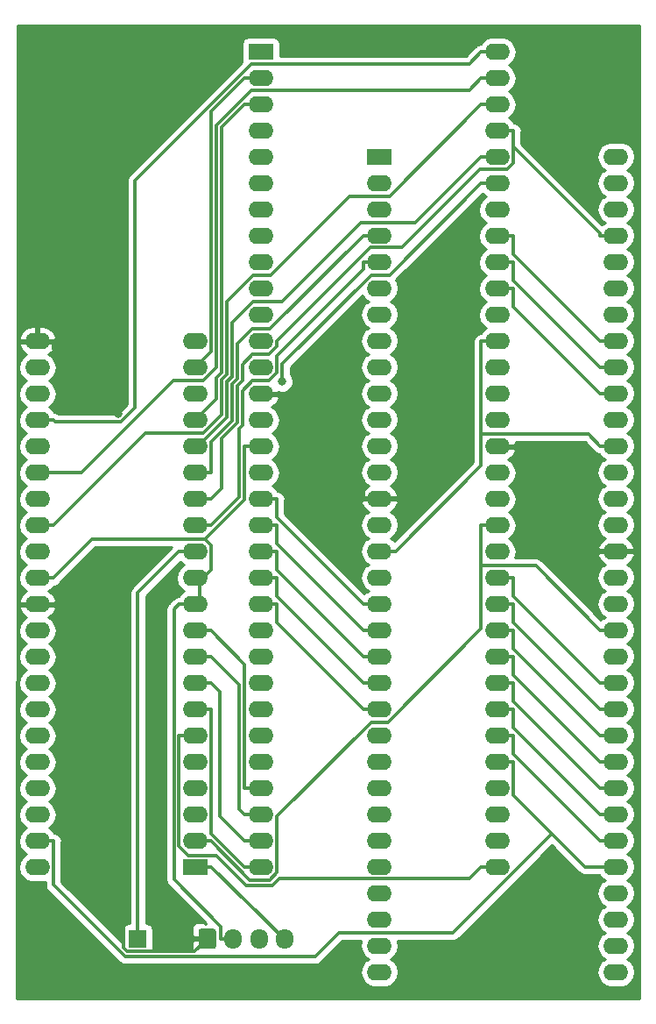
<source format=gbr>
G04 #@! TF.GenerationSoftware,KiCad,Pcbnew,5.0.2-bee76a0~70~ubuntu18.10.1*
G04 #@! TF.CreationDate,2019-03-17T01:37:17+01:00*
G04 #@! TF.ProjectId,Relocator 4 Kickstart,52656c6f-6361-4746-9f72-2034204b6963,rev?*
G04 #@! TF.SameCoordinates,Original*
G04 #@! TF.FileFunction,Copper,L1,Top*
G04 #@! TF.FilePolarity,Positive*
%FSLAX46Y46*%
G04 Gerber Fmt 4.6, Leading zero omitted, Abs format (unit mm)*
G04 Created by KiCad (PCBNEW 5.0.2-bee76a0~70~ubuntu18.10.1) date dom 17 mar 2019 01:37:17 CET*
%MOMM*%
%LPD*%
G01*
G04 APERTURE LIST*
G04 #@! TA.AperFunction,Conductor*
%ADD10C,0.100000*%
G04 #@! TD*
G04 #@! TA.AperFunction,ComponentPad*
%ADD11C,1.700000*%
G04 #@! TD*
G04 #@! TA.AperFunction,ComponentPad*
%ADD12O,1.700000X1.950000*%
G04 #@! TD*
G04 #@! TA.AperFunction,ComponentPad*
%ADD13R,1.700000X1.700000*%
G04 #@! TD*
G04 #@! TA.AperFunction,ComponentPad*
%ADD14R,2.400000X1.600000*%
G04 #@! TD*
G04 #@! TA.AperFunction,ComponentPad*
%ADD15O,2.400000X1.600000*%
G04 #@! TD*
G04 #@! TA.AperFunction,ViaPad*
%ADD16C,0.800000*%
G04 #@! TD*
G04 #@! TA.AperFunction,Conductor*
%ADD17C,0.300000*%
G04 #@! TD*
G04 #@! TA.AperFunction,Conductor*
%ADD18C,0.254000*%
G04 #@! TD*
G04 APERTURE END LIST*
D10*
G04 #@! TO.N,VCC*
G04 #@! TO.C,J1*
G36*
X43144104Y-110786204D02*
X43168373Y-110789804D01*
X43192171Y-110795765D01*
X43215271Y-110804030D01*
X43237449Y-110814520D01*
X43258493Y-110827133D01*
X43278198Y-110841747D01*
X43296377Y-110858223D01*
X43312853Y-110876402D01*
X43327467Y-110896107D01*
X43340080Y-110917151D01*
X43350570Y-110939329D01*
X43358835Y-110962429D01*
X43364796Y-110986227D01*
X43368396Y-111010496D01*
X43369600Y-111035000D01*
X43369600Y-112485000D01*
X43368396Y-112509504D01*
X43364796Y-112533773D01*
X43358835Y-112557571D01*
X43350570Y-112580671D01*
X43340080Y-112602849D01*
X43327467Y-112623893D01*
X43312853Y-112643598D01*
X43296377Y-112661777D01*
X43278198Y-112678253D01*
X43258493Y-112692867D01*
X43237449Y-112705480D01*
X43215271Y-112715970D01*
X43192171Y-112724235D01*
X43168373Y-112730196D01*
X43144104Y-112733796D01*
X43119600Y-112735000D01*
X41919600Y-112735000D01*
X41895096Y-112733796D01*
X41870827Y-112730196D01*
X41847029Y-112724235D01*
X41823929Y-112715970D01*
X41801751Y-112705480D01*
X41780707Y-112692867D01*
X41761002Y-112678253D01*
X41742823Y-112661777D01*
X41726347Y-112643598D01*
X41711733Y-112623893D01*
X41699120Y-112602849D01*
X41688630Y-112580671D01*
X41680365Y-112557571D01*
X41674404Y-112533773D01*
X41670804Y-112509504D01*
X41669600Y-112485000D01*
X41669600Y-111035000D01*
X41670804Y-111010496D01*
X41674404Y-110986227D01*
X41680365Y-110962429D01*
X41688630Y-110939329D01*
X41699120Y-110917151D01*
X41711733Y-110896107D01*
X41726347Y-110876402D01*
X41742823Y-110858223D01*
X41761002Y-110841747D01*
X41780707Y-110827133D01*
X41801751Y-110814520D01*
X41823929Y-110804030D01*
X41847029Y-110795765D01*
X41870827Y-110789804D01*
X41895096Y-110786204D01*
X41919600Y-110785000D01*
X43119600Y-110785000D01*
X43144104Y-110786204D01*
X43144104Y-110786204D01*
G37*
D11*
G04 #@! TD*
G04 #@! TO.P,J1,1*
G04 #@! TO.N,VCC*
X42519600Y-111760000D03*
D12*
G04 #@! TO.P,J1,2*
G04 #@! TO.N,GND*
X45019600Y-111760000D03*
G04 #@! TO.P,J1,3*
G04 #@! TO.N,A_19*
X47519600Y-111760000D03*
G04 #@! TO.P,J1,4*
G04 #@! TO.N,A_18*
X50019600Y-111760000D03*
G04 #@! TD*
D13*
G04 #@! TO.P,TP1,1*
G04 #@! TO.N,Net-(TP1-Pad1)*
X35814000Y-111760000D03*
G04 #@! TD*
D14*
G04 #@! TO.P,U3,1*
G04 #@! TO.N,A_18*
X41351200Y-104851000D03*
D15*
G04 #@! TO.P,U3,22*
G04 #@! TO.N,VCC*
X26111200Y-54051000D03*
G04 #@! TO.P,U3,2*
G04 #@! TO.N,A18*
X41351200Y-102311000D03*
G04 #@! TO.P,U3,23*
G04 #@! TO.N,D4*
X26111200Y-56591000D03*
G04 #@! TO.P,U3,3*
G04 #@! TO.N,A8*
X41351200Y-99771000D03*
G04 #@! TO.P,U3,24*
G04 #@! TO.N,D12*
X26111200Y-59131000D03*
G04 #@! TO.P,U3,4*
G04 #@! TO.N,A7*
X41351200Y-97231000D03*
G04 #@! TO.P,U3,25*
G04 #@! TO.N,D5*
X26111200Y-61671000D03*
G04 #@! TO.P,U3,5*
G04 #@! TO.N,A6*
X41351200Y-94691000D03*
G04 #@! TO.P,U3,26*
G04 #@! TO.N,D13*
X26111200Y-64211000D03*
G04 #@! TO.P,U3,6*
G04 #@! TO.N,A5*
X41351200Y-92151000D03*
G04 #@! TO.P,U3,27*
G04 #@! TO.N,D6*
X26111200Y-66751000D03*
G04 #@! TO.P,U3,7*
G04 #@! TO.N,A4*
X41351200Y-89611000D03*
G04 #@! TO.P,U3,28*
G04 #@! TO.N,D14*
X26111200Y-69291000D03*
G04 #@! TO.P,U3,8*
G04 #@! TO.N,A3*
X41351200Y-87071000D03*
G04 #@! TO.P,U3,29*
G04 #@! TO.N,D7*
X26111200Y-71831000D03*
G04 #@! TO.P,U3,9*
G04 #@! TO.N,A2*
X41351200Y-84531000D03*
G04 #@! TO.P,U3,30*
G04 #@! TO.N,D15*
X26111200Y-74371000D03*
G04 #@! TO.P,U3,10*
G04 #@! TO.N,A1*
X41351200Y-81991000D03*
G04 #@! TO.P,U3,31*
G04 #@! TO.N,GND*
X26111200Y-76911000D03*
G04 #@! TO.P,U3,11*
X41351200Y-79451000D03*
G04 #@! TO.P,U3,32*
G04 #@! TO.N,VCC*
X26111200Y-79451000D03*
G04 #@! TO.P,U3,12*
G04 #@! TO.N,GND*
X41351200Y-76911000D03*
G04 #@! TO.P,U3,33*
G04 #@! TO.N,A17*
X26111200Y-81991000D03*
G04 #@! TO.P,U3,13*
G04 #@! TO.N,Net-(TP1-Pad1)*
X41351200Y-74371000D03*
G04 #@! TO.P,U3,34*
G04 #@! TO.N,A16*
X26111200Y-84531000D03*
G04 #@! TO.P,U3,14*
G04 #@! TO.N,D0*
X41351200Y-71831000D03*
G04 #@! TO.P,U3,35*
G04 #@! TO.N,A15*
X26111200Y-87071000D03*
G04 #@! TO.P,U3,15*
G04 #@! TO.N,D8*
X41351200Y-69291000D03*
G04 #@! TO.P,U3,36*
G04 #@! TO.N,A14*
X26111200Y-89611000D03*
G04 #@! TO.P,U3,16*
G04 #@! TO.N,D1*
X41351200Y-66751000D03*
G04 #@! TO.P,U3,37*
G04 #@! TO.N,A13*
X26111200Y-92151000D03*
G04 #@! TO.P,U3,17*
G04 #@! TO.N,D9*
X41351200Y-64211000D03*
G04 #@! TO.P,U3,38*
G04 #@! TO.N,A12*
X26111200Y-94691000D03*
G04 #@! TO.P,U3,18*
G04 #@! TO.N,D2*
X41351200Y-61671000D03*
G04 #@! TO.P,U3,39*
G04 #@! TO.N,A11*
X26111200Y-97231000D03*
G04 #@! TO.P,U3,19*
G04 #@! TO.N,D10*
X41351200Y-59131000D03*
G04 #@! TO.P,U3,40*
G04 #@! TO.N,A10*
X26111200Y-99771000D03*
G04 #@! TO.P,U3,20*
G04 #@! TO.N,D3*
X41351200Y-56591000D03*
G04 #@! TO.P,U3,41*
G04 #@! TO.N,A9*
X26111200Y-102311000D03*
G04 #@! TO.P,U3,21*
G04 #@! TO.N,D11*
X41351200Y-54051000D03*
G04 #@! TO.P,U3,42*
G04 #@! TO.N,A_19*
X26111200Y-104851000D03*
G04 #@! TD*
G04 #@! TO.P,U2,64*
G04 #@! TO.N,D5*
X82042000Y-36220400D03*
G04 #@! TO.P,U2,32*
G04 #@! TO.N,A4*
X59182000Y-114960400D03*
G04 #@! TO.P,U2,63*
G04 #@! TO.N,D6*
X82042000Y-38760400D03*
G04 #@! TO.P,U2,31*
G04 #@! TO.N,A3*
X59182000Y-112420400D03*
G04 #@! TO.P,U2,62*
G04 #@! TO.N,D7*
X82042000Y-41300400D03*
G04 #@! TO.P,U2,30*
G04 #@! TO.N,A2*
X59182000Y-109880400D03*
G04 #@! TO.P,U2,61*
G04 #@! TO.N,D8*
X82042000Y-43840400D03*
G04 #@! TO.P,U2,29*
G04 #@! TO.N,A1*
X59182000Y-107340400D03*
G04 #@! TO.P,U2,60*
G04 #@! TO.N,D9*
X82042000Y-46380400D03*
G04 #@! TO.P,U2,28*
G04 #@! TO.N,/FC0*
X59182000Y-104800400D03*
G04 #@! TO.P,U2,59*
G04 #@! TO.N,D10*
X82042000Y-48920400D03*
G04 #@! TO.P,U2,27*
G04 #@! TO.N,/FC1*
X59182000Y-102260400D03*
G04 #@! TO.P,U2,58*
G04 #@! TO.N,D11*
X82042000Y-51460400D03*
G04 #@! TO.P,U2,26*
G04 #@! TO.N,/FC2*
X59182000Y-99720400D03*
G04 #@! TO.P,U2,57*
G04 #@! TO.N,D12*
X82042000Y-54000400D03*
G04 #@! TO.P,U2,25*
G04 #@! TO.N,/IPL0*
X59182000Y-97180400D03*
G04 #@! TO.P,U2,56*
G04 #@! TO.N,D13*
X82042000Y-56540400D03*
G04 #@! TO.P,U2,24*
G04 #@! TO.N,/IPL1*
X59182000Y-94640400D03*
G04 #@! TO.P,U2,55*
G04 #@! TO.N,D14*
X82042000Y-59080400D03*
G04 #@! TO.P,U2,23*
G04 #@! TO.N,/IPL2*
X59182000Y-92100400D03*
G04 #@! TO.P,U2,54*
G04 #@! TO.N,D15*
X82042000Y-61620400D03*
G04 #@! TO.P,U2,22*
G04 #@! TO.N,/BERR*
X59182000Y-89560400D03*
G04 #@! TO.P,U2,53*
G04 #@! TO.N,GND*
X82042000Y-64160400D03*
G04 #@! TO.P,U2,21*
G04 #@! TO.N,/VPA*
X59182000Y-87020400D03*
G04 #@! TO.P,U2,52*
G04 #@! TO.N,/A23*
X82042000Y-66700400D03*
G04 #@! TO.P,U2,20*
G04 #@! TO.N,/E*
X59182000Y-84480400D03*
G04 #@! TO.P,U2,51*
G04 #@! TO.N,/A22*
X82042000Y-69240400D03*
G04 #@! TO.P,U2,19*
G04 #@! TO.N,/VMA*
X59182000Y-81940400D03*
G04 #@! TO.P,U2,50*
G04 #@! TO.N,/A21*
X82042000Y-71780400D03*
G04 #@! TO.P,U2,18*
G04 #@! TO.N,/RESET*
X59182000Y-79400400D03*
G04 #@! TO.P,U2,49*
G04 #@! TO.N,VCC*
X82042000Y-74320400D03*
G04 #@! TO.P,U2,17*
G04 #@! TO.N,/HALT*
X59182000Y-76860400D03*
G04 #@! TO.P,U2,48*
G04 #@! TO.N,/A20*
X82042000Y-76860400D03*
G04 #@! TO.P,U2,16*
G04 #@! TO.N,GND*
X59182000Y-74320400D03*
G04 #@! TO.P,U2,47*
G04 #@! TO.N,/A19*
X82042000Y-79400400D03*
G04 #@! TO.P,U2,15*
G04 #@! TO.N,/CLK*
X59182000Y-71780400D03*
G04 #@! TO.P,U2,46*
G04 #@! TO.N,A18*
X82042000Y-81940400D03*
G04 #@! TO.P,U2,14*
G04 #@! TO.N,VCC*
X59182000Y-69240400D03*
G04 #@! TO.P,U2,45*
G04 #@! TO.N,A17*
X82042000Y-84480400D03*
G04 #@! TO.P,U2,13*
G04 #@! TO.N,/BR*
X59182000Y-66700400D03*
G04 #@! TO.P,U2,44*
G04 #@! TO.N,A16*
X82042000Y-87020400D03*
G04 #@! TO.P,U2,12*
G04 #@! TO.N,/BGACK*
X59182000Y-64160400D03*
G04 #@! TO.P,U2,43*
G04 #@! TO.N,A15*
X82042000Y-89560400D03*
G04 #@! TO.P,U2,11*
G04 #@! TO.N,/BG*
X59182000Y-61620400D03*
G04 #@! TO.P,U2,42*
G04 #@! TO.N,A14*
X82042000Y-92100400D03*
G04 #@! TO.P,U2,10*
G04 #@! TO.N,/DTACK*
X59182000Y-59080400D03*
G04 #@! TO.P,U2,41*
G04 #@! TO.N,A13*
X82042000Y-94640400D03*
G04 #@! TO.P,U2,9*
G04 #@! TO.N,/RW*
X59182000Y-56540400D03*
G04 #@! TO.P,U2,40*
G04 #@! TO.N,A12*
X82042000Y-97180400D03*
G04 #@! TO.P,U2,8*
G04 #@! TO.N,/LDS*
X59182000Y-54000400D03*
G04 #@! TO.P,U2,39*
G04 #@! TO.N,A11*
X82042000Y-99720400D03*
G04 #@! TO.P,U2,7*
G04 #@! TO.N,/UDS*
X59182000Y-51460400D03*
G04 #@! TO.P,U2,38*
G04 #@! TO.N,A10*
X82042000Y-102260400D03*
G04 #@! TO.P,U2,6*
G04 #@! TO.N,/AS*
X59182000Y-48920400D03*
G04 #@! TO.P,U2,37*
G04 #@! TO.N,A9*
X82042000Y-104800400D03*
G04 #@! TO.P,U2,5*
G04 #@! TO.N,D0*
X59182000Y-46380400D03*
G04 #@! TO.P,U2,36*
G04 #@! TO.N,A8*
X82042000Y-107340400D03*
G04 #@! TO.P,U2,4*
G04 #@! TO.N,D1*
X59182000Y-43840400D03*
G04 #@! TO.P,U2,35*
G04 #@! TO.N,A7*
X82042000Y-109880400D03*
G04 #@! TO.P,U2,3*
G04 #@! TO.N,D2*
X59182000Y-41300400D03*
G04 #@! TO.P,U2,34*
G04 #@! TO.N,A6*
X82042000Y-112420400D03*
G04 #@! TO.P,U2,2*
G04 #@! TO.N,D3*
X59182000Y-38760400D03*
G04 #@! TO.P,U2,33*
G04 #@! TO.N,A5*
X82042000Y-114960400D03*
D14*
G04 #@! TO.P,U2,1*
G04 #@! TO.N,D4*
X59182000Y-36220400D03*
G04 #@! TD*
G04 #@! TO.P,U1,1*
G04 #@! TO.N,D4*
X47701200Y-26111200D03*
D15*
G04 #@! TO.P,U1,33*
G04 #@! TO.N,A5*
X70561200Y-104851200D03*
G04 #@! TO.P,U1,2*
G04 #@! TO.N,D3*
X47701200Y-28651200D03*
G04 #@! TO.P,U1,34*
G04 #@! TO.N,A6*
X70561200Y-102311200D03*
G04 #@! TO.P,U1,3*
G04 #@! TO.N,D2*
X47701200Y-31191200D03*
G04 #@! TO.P,U1,35*
G04 #@! TO.N,A7*
X70561200Y-99771200D03*
G04 #@! TO.P,U1,4*
G04 #@! TO.N,D1*
X47701200Y-33731200D03*
G04 #@! TO.P,U1,36*
G04 #@! TO.N,A8*
X70561200Y-97231200D03*
G04 #@! TO.P,U1,5*
G04 #@! TO.N,D0*
X47701200Y-36271200D03*
G04 #@! TO.P,U1,37*
G04 #@! TO.N,A9*
X70561200Y-94691200D03*
G04 #@! TO.P,U1,6*
G04 #@! TO.N,/AS*
X47701200Y-38811200D03*
G04 #@! TO.P,U1,38*
G04 #@! TO.N,A10*
X70561200Y-92151200D03*
G04 #@! TO.P,U1,7*
G04 #@! TO.N,/UDS*
X47701200Y-41351200D03*
G04 #@! TO.P,U1,39*
G04 #@! TO.N,A11*
X70561200Y-89611200D03*
G04 #@! TO.P,U1,8*
G04 #@! TO.N,/LDS*
X47701200Y-43891200D03*
G04 #@! TO.P,U1,40*
G04 #@! TO.N,A12*
X70561200Y-87071200D03*
G04 #@! TO.P,U1,9*
G04 #@! TO.N,/RW*
X47701200Y-46431200D03*
G04 #@! TO.P,U1,41*
G04 #@! TO.N,A13*
X70561200Y-84531200D03*
G04 #@! TO.P,U1,10*
G04 #@! TO.N,/DTACK*
X47701200Y-48971200D03*
G04 #@! TO.P,U1,42*
G04 #@! TO.N,A14*
X70561200Y-81991200D03*
G04 #@! TO.P,U1,11*
G04 #@! TO.N,/BG*
X47701200Y-51511200D03*
G04 #@! TO.P,U1,43*
G04 #@! TO.N,A15*
X70561200Y-79451200D03*
G04 #@! TO.P,U1,12*
G04 #@! TO.N,/BGACK*
X47701200Y-54051200D03*
G04 #@! TO.P,U1,44*
G04 #@! TO.N,A16*
X70561200Y-76911200D03*
G04 #@! TO.P,U1,13*
G04 #@! TO.N,/BR*
X47701200Y-56591200D03*
G04 #@! TO.P,U1,45*
G04 #@! TO.N,A17*
X70561200Y-74371200D03*
G04 #@! TO.P,U1,14*
G04 #@! TO.N,VCC*
X47701200Y-59131200D03*
G04 #@! TO.P,U1,46*
G04 #@! TO.N,A18*
X70561200Y-71831200D03*
G04 #@! TO.P,U1,15*
G04 #@! TO.N,/CLK*
X47701200Y-61671200D03*
G04 #@! TO.P,U1,47*
G04 #@! TO.N,/A19*
X70561200Y-69291200D03*
G04 #@! TO.P,U1,16*
G04 #@! TO.N,GND*
X47701200Y-64211200D03*
G04 #@! TO.P,U1,48*
G04 #@! TO.N,/A20*
X70561200Y-66751200D03*
G04 #@! TO.P,U1,17*
G04 #@! TO.N,/HALT*
X47701200Y-66751200D03*
G04 #@! TO.P,U1,49*
G04 #@! TO.N,VCC*
X70561200Y-64211200D03*
G04 #@! TO.P,U1,18*
G04 #@! TO.N,/RESET*
X47701200Y-69291200D03*
G04 #@! TO.P,U1,50*
G04 #@! TO.N,/A21*
X70561200Y-61671200D03*
G04 #@! TO.P,U1,19*
G04 #@! TO.N,/VMA*
X47701200Y-71831200D03*
G04 #@! TO.P,U1,51*
G04 #@! TO.N,/A22*
X70561200Y-59131200D03*
G04 #@! TO.P,U1,20*
G04 #@! TO.N,/E*
X47701200Y-74371200D03*
G04 #@! TO.P,U1,52*
G04 #@! TO.N,/A23*
X70561200Y-56591200D03*
G04 #@! TO.P,U1,21*
G04 #@! TO.N,/VPA*
X47701200Y-76911200D03*
G04 #@! TO.P,U1,53*
G04 #@! TO.N,GND*
X70561200Y-54051200D03*
G04 #@! TO.P,U1,22*
G04 #@! TO.N,/BERR*
X47701200Y-79451200D03*
G04 #@! TO.P,U1,54*
G04 #@! TO.N,D15*
X70561200Y-51511200D03*
G04 #@! TO.P,U1,23*
G04 #@! TO.N,/IPL2*
X47701200Y-81991200D03*
G04 #@! TO.P,U1,55*
G04 #@! TO.N,D14*
X70561200Y-48971200D03*
G04 #@! TO.P,U1,24*
G04 #@! TO.N,/IPL1*
X47701200Y-84531200D03*
G04 #@! TO.P,U1,56*
G04 #@! TO.N,D13*
X70561200Y-46431200D03*
G04 #@! TO.P,U1,25*
G04 #@! TO.N,/IPL0*
X47701200Y-87071200D03*
G04 #@! TO.P,U1,57*
G04 #@! TO.N,D12*
X70561200Y-43891200D03*
G04 #@! TO.P,U1,26*
G04 #@! TO.N,/FC2*
X47701200Y-89611200D03*
G04 #@! TO.P,U1,58*
G04 #@! TO.N,D11*
X70561200Y-41351200D03*
G04 #@! TO.P,U1,27*
G04 #@! TO.N,/FC1*
X47701200Y-92151200D03*
G04 #@! TO.P,U1,59*
G04 #@! TO.N,D10*
X70561200Y-38811200D03*
G04 #@! TO.P,U1,28*
G04 #@! TO.N,/FC0*
X47701200Y-94691200D03*
G04 #@! TO.P,U1,60*
G04 #@! TO.N,D9*
X70561200Y-36271200D03*
G04 #@! TO.P,U1,29*
G04 #@! TO.N,A1*
X47701200Y-97231200D03*
G04 #@! TO.P,U1,61*
G04 #@! TO.N,D8*
X70561200Y-33731200D03*
G04 #@! TO.P,U1,30*
G04 #@! TO.N,A2*
X47701200Y-99771200D03*
G04 #@! TO.P,U1,62*
G04 #@! TO.N,D7*
X70561200Y-31191200D03*
G04 #@! TO.P,U1,31*
G04 #@! TO.N,A3*
X47701200Y-102311200D03*
G04 #@! TO.P,U1,63*
G04 #@! TO.N,D6*
X70561200Y-28651200D03*
G04 #@! TO.P,U1,32*
G04 #@! TO.N,A4*
X47701200Y-104851200D03*
G04 #@! TO.P,U1,64*
G04 #@! TO.N,D5*
X70561200Y-26111200D03*
G04 #@! TD*
D16*
G04 #@! TO.N,VCC*
X33918900Y-61050900D03*
G04 #@! TO.N,D10*
X49785600Y-57958800D03*
G04 #@! TD*
D17*
G04 #@! TO.N,A5*
X41351200Y-92151000D02*
X39800900Y-92151000D01*
X70561200Y-104851200D02*
X69010900Y-104851200D01*
X69010900Y-104851200D02*
X67911300Y-105950800D01*
X67911300Y-105950800D02*
X49465600Y-105950800D01*
X49465600Y-105950800D02*
X48821600Y-106594800D01*
X48821600Y-106594800D02*
X46313700Y-106594800D01*
X46313700Y-106594800D02*
X43419500Y-103700600D01*
X43419500Y-103700600D02*
X40708300Y-103700600D01*
X40708300Y-103700600D02*
X39800900Y-102793200D01*
X39800900Y-102793200D02*
X39800900Y-92151000D01*
G04 #@! TO.N,D3*
X47701200Y-28651200D02*
X46150900Y-28651200D01*
X46150900Y-28651200D02*
X42935300Y-31866800D01*
X42935300Y-31866800D02*
X42935300Y-55006900D01*
X42935300Y-55006900D02*
X41351200Y-56591000D01*
G04 #@! TO.N,D2*
X41351200Y-61671000D02*
X43435700Y-59586500D01*
X43435700Y-59586500D02*
X43435700Y-57548800D01*
X43435700Y-57548800D02*
X43936000Y-57048500D01*
X43936000Y-57048500D02*
X43936000Y-33406100D01*
X43936000Y-33406100D02*
X46150900Y-31191200D01*
X47701200Y-31191200D02*
X46150900Y-31191200D01*
G04 #@! TO.N,D1*
X42901500Y-66751000D02*
X42901500Y-63758100D01*
X42901500Y-63758100D02*
X44936600Y-61723000D01*
X44936600Y-61723000D02*
X44936600Y-58170400D01*
X44936600Y-58170400D02*
X45436900Y-57670100D01*
X45436900Y-57670100D02*
X45436900Y-54287200D01*
X45436900Y-54287200D02*
X46850000Y-52874100D01*
X46850000Y-52874100D02*
X48598000Y-52874100D01*
X48598000Y-52874100D02*
X57631700Y-43840400D01*
X41351200Y-66751000D02*
X42901500Y-66751000D01*
X59182000Y-43840400D02*
X57631700Y-43840400D01*
G04 #@! TO.N,D0*
X42901500Y-71831000D02*
X45615700Y-69116800D01*
X45615700Y-69116800D02*
X45615700Y-62458900D01*
X45615700Y-62458900D02*
X45937300Y-62137300D01*
X45937300Y-62137300D02*
X45937300Y-58823700D01*
X45937300Y-58823700D02*
X46899800Y-57861200D01*
X46899800Y-57861200D02*
X48504200Y-57861200D01*
X48504200Y-57861200D02*
X49284200Y-57081200D01*
X49284200Y-57081200D02*
X49284200Y-55435400D01*
X49284200Y-55435400D02*
X57631700Y-47087900D01*
X57631700Y-47087900D02*
X57631700Y-46380400D01*
X41351200Y-71831000D02*
X42901500Y-71831000D01*
X59182000Y-46380400D02*
X57631700Y-46380400D01*
G04 #@! TO.N,A9*
X75836000Y-101615700D02*
X79020600Y-104800400D01*
X79020600Y-104800400D02*
X80491700Y-104800400D01*
X72111500Y-94691200D02*
X72111500Y-97891300D01*
X72111500Y-97891300D02*
X75836000Y-101615700D01*
X75836000Y-101615700D02*
X66301300Y-111150400D01*
X66301300Y-111150400D02*
X55264600Y-111150400D01*
X55264600Y-111150400D02*
X52951700Y-113463300D01*
X52951700Y-113463300D02*
X34562600Y-113463300D01*
X34562600Y-113463300D02*
X27661500Y-106562200D01*
X27661500Y-106562200D02*
X27661500Y-102311000D01*
X70561200Y-94691200D02*
X72111500Y-94691200D01*
X26111200Y-102311000D02*
X27661500Y-102311000D01*
X82042000Y-104800400D02*
X80491700Y-104800400D01*
G04 #@! TO.N,A10*
X82042000Y-102260400D02*
X80491700Y-102260400D01*
X70561200Y-92151200D02*
X72111500Y-92151200D01*
X72111500Y-92151200D02*
X72111500Y-93880200D01*
X72111500Y-93880200D02*
X80491700Y-102260400D01*
G04 #@! TO.N,A11*
X82042000Y-99720400D02*
X80491700Y-99720400D01*
X70561200Y-89611200D02*
X72111500Y-89611200D01*
X72111500Y-89611200D02*
X72111500Y-91340200D01*
X72111500Y-91340200D02*
X80491700Y-99720400D01*
G04 #@! TO.N,A12*
X82042000Y-97180400D02*
X80491700Y-97180400D01*
X70561200Y-87071200D02*
X72111500Y-87071200D01*
X72111500Y-87071200D02*
X72111500Y-88800200D01*
X72111500Y-88800200D02*
X80491700Y-97180400D01*
G04 #@! TO.N,A13*
X82042000Y-94640400D02*
X80491700Y-94640400D01*
X70561200Y-84531200D02*
X72111500Y-84531200D01*
X72111500Y-84531200D02*
X72111500Y-86260200D01*
X72111500Y-86260200D02*
X80491700Y-94640400D01*
G04 #@! TO.N,A14*
X82042000Y-92100400D02*
X80491700Y-92100400D01*
X70561200Y-81991200D02*
X72111500Y-81991200D01*
X72111500Y-81991200D02*
X72111500Y-83720200D01*
X72111500Y-83720200D02*
X80491700Y-92100400D01*
G04 #@! TO.N,A15*
X82042000Y-89560400D02*
X80491700Y-89560400D01*
X70561200Y-79451200D02*
X72111500Y-79451200D01*
X72111500Y-79451200D02*
X72111500Y-81180200D01*
X72111500Y-81180200D02*
X80491700Y-89560400D01*
G04 #@! TO.N,A16*
X82042000Y-87020400D02*
X80491700Y-87020400D01*
X70561200Y-76911200D02*
X72111500Y-76911200D01*
X72111500Y-76911200D02*
X72111500Y-78640200D01*
X72111500Y-78640200D02*
X80491700Y-87020400D01*
G04 #@! TO.N,VCC*
X27661500Y-54051000D02*
X27661500Y-54793500D01*
X27661500Y-54793500D02*
X33918900Y-61050900D01*
X47701200Y-59131200D02*
X49251500Y-59131200D01*
X59182000Y-69240400D02*
X57631700Y-69240400D01*
X57631700Y-69240400D02*
X57631700Y-67511400D01*
X57631700Y-67511400D02*
X49251500Y-59131200D01*
X26111200Y-54051000D02*
X27661500Y-54051000D01*
X42519600Y-111760000D02*
X41319200Y-112960400D01*
X41319200Y-112960400D02*
X34783600Y-112960400D01*
X34783600Y-112960400D02*
X34453000Y-112629800D01*
X34453000Y-112629800D02*
X34453000Y-86367600D01*
X34453000Y-86367600D02*
X27536400Y-79451000D01*
X26111200Y-79451000D02*
X27536400Y-79451000D01*
G04 #@! TO.N,A18*
X69010900Y-75737200D02*
X69010900Y-81785700D01*
X69010900Y-81785700D02*
X59966200Y-90830400D01*
X59966200Y-90830400D02*
X58361200Y-90830400D01*
X58361200Y-90830400D02*
X49285600Y-99906000D01*
X49285600Y-99906000D02*
X49285600Y-105326900D01*
X49285600Y-105326900D02*
X48542100Y-106070400D01*
X48542100Y-106070400D02*
X46660900Y-106070400D01*
X46660900Y-106070400D02*
X42901500Y-102311000D01*
X69010900Y-71831200D02*
X69010900Y-75737200D01*
X69010900Y-75737200D02*
X74288500Y-75737200D01*
X74288500Y-75737200D02*
X80491700Y-81940400D01*
X82042000Y-81940400D02*
X80491700Y-81940400D01*
X41351200Y-102311000D02*
X42901500Y-102311000D01*
X70561200Y-71831200D02*
X69010900Y-71831200D01*
G04 #@! TO.N,GND*
X39800900Y-79451000D02*
X39300600Y-79951300D01*
X39300600Y-79951300D02*
X39300600Y-106041000D01*
X39300600Y-106041000D02*
X43819300Y-110559700D01*
X43819300Y-110559700D02*
X43819300Y-111760000D01*
X45019600Y-111760000D02*
X43819300Y-111760000D01*
X41351200Y-79451000D02*
X39800900Y-79451000D01*
X41568000Y-79451000D02*
X41351200Y-79451000D01*
X41568000Y-79451000D02*
X41784700Y-79451000D01*
X42126400Y-76911000D02*
X42904100Y-76133300D01*
X42904100Y-76133300D02*
X42904100Y-73756700D01*
X42904100Y-73756700D02*
X42305400Y-73158000D01*
X26111200Y-76911000D02*
X27661500Y-76911000D01*
X42305400Y-73158000D02*
X31414500Y-73158000D01*
X31414500Y-73158000D02*
X27661500Y-76911000D01*
X42305400Y-73158000D02*
X46150900Y-69312500D01*
X46150900Y-69312500D02*
X46150900Y-64211200D01*
X69010900Y-63017400D02*
X69010900Y-66041800D01*
X69010900Y-66041800D02*
X60732300Y-74320400D01*
X69010900Y-54051200D02*
X69010900Y-63017400D01*
X69010900Y-63017400D02*
X79348700Y-63017400D01*
X79348700Y-63017400D02*
X80491700Y-64160400D01*
X82042000Y-64160400D02*
X80491700Y-64160400D01*
X47701200Y-64211200D02*
X46150900Y-64211200D01*
X42126400Y-76911000D02*
X41784700Y-77252700D01*
X41784700Y-77252700D02*
X41784700Y-79451000D01*
X41351200Y-76911000D02*
X42126400Y-76911000D01*
X59182000Y-74320400D02*
X60732300Y-74320400D01*
X70561200Y-54051200D02*
X69010900Y-54051200D01*
G04 #@! TO.N,/RESET*
X59182000Y-79400400D02*
X57631700Y-79400400D01*
X47701200Y-69291200D02*
X49251500Y-69291200D01*
X49251500Y-69291200D02*
X49251500Y-71020200D01*
X49251500Y-71020200D02*
X57631700Y-79400400D01*
G04 #@! TO.N,/VMA*
X59182000Y-81940400D02*
X57631700Y-81940400D01*
X47701200Y-71831200D02*
X49251500Y-71831200D01*
X49251500Y-71831200D02*
X49251500Y-73560200D01*
X49251500Y-73560200D02*
X57631700Y-81940400D01*
G04 #@! TO.N,/E*
X59182000Y-84480400D02*
X57631700Y-84480400D01*
X47701200Y-74371200D02*
X49251500Y-74371200D01*
X49251500Y-74371200D02*
X49251500Y-76100200D01*
X49251500Y-76100200D02*
X57631700Y-84480400D01*
G04 #@! TO.N,/VPA*
X59182000Y-87020400D02*
X57631700Y-87020400D01*
X47701200Y-76911200D02*
X49251500Y-76911200D01*
X49251500Y-76911200D02*
X49251500Y-78640200D01*
X49251500Y-78640200D02*
X57631700Y-87020400D01*
G04 #@! TO.N,/BERR*
X59182000Y-89560400D02*
X57631700Y-89560400D01*
X47701200Y-79451200D02*
X49251500Y-79451200D01*
X49251500Y-79451200D02*
X49251500Y-81180200D01*
X49251500Y-81180200D02*
X57631700Y-89560400D01*
G04 #@! TO.N,D14*
X82042000Y-59080400D02*
X80491700Y-59080400D01*
X70561200Y-48971200D02*
X72111500Y-48971200D01*
X72111500Y-48971200D02*
X72111500Y-50700200D01*
X72111500Y-50700200D02*
X80491700Y-59080400D01*
G04 #@! TO.N,D13*
X82042000Y-56540400D02*
X80491700Y-56540400D01*
X70561200Y-46431200D02*
X72111500Y-46431200D01*
X72111500Y-46431200D02*
X72111500Y-48160200D01*
X72111500Y-48160200D02*
X80491700Y-56540400D01*
G04 #@! TO.N,D12*
X82042000Y-54000400D02*
X80491700Y-54000400D01*
X70561200Y-43891200D02*
X72111500Y-43891200D01*
X72111500Y-43891200D02*
X72111500Y-45620200D01*
X72111500Y-45620200D02*
X80491700Y-54000400D01*
G04 #@! TO.N,D10*
X69010900Y-38811200D02*
X60171800Y-47650300D01*
X60171800Y-47650300D02*
X58349300Y-47650300D01*
X58349300Y-47650300D02*
X49785600Y-56214000D01*
X49785600Y-56214000D02*
X49785600Y-57958800D01*
X70561200Y-38811200D02*
X69010900Y-38811200D01*
G04 #@! TO.N,D9*
X41351200Y-64211000D02*
X41589500Y-64211000D01*
X41589500Y-64211000D02*
X44436300Y-61364200D01*
X44436300Y-61364200D02*
X44436300Y-57963200D01*
X44436300Y-57963200D02*
X44936600Y-57462900D01*
X44936600Y-57462900D02*
X44936600Y-52238200D01*
X44936600Y-52238200D02*
X46933600Y-50241200D01*
X46933600Y-50241200D02*
X49741000Y-50241200D01*
X49741000Y-50241200D02*
X57350400Y-42631800D01*
X57350400Y-42631800D02*
X62650300Y-42631800D01*
X62650300Y-42631800D02*
X69010900Y-36271200D01*
X70561200Y-36271200D02*
X69010900Y-36271200D01*
G04 #@! TO.N,A1*
X41351200Y-81991000D02*
X42901500Y-81991000D01*
X47701200Y-97231200D02*
X46150900Y-97231200D01*
X46150900Y-97231200D02*
X46150900Y-85240400D01*
X46150900Y-85240400D02*
X42901500Y-81991000D01*
G04 #@! TO.N,D8*
X42901500Y-69291000D02*
X43937900Y-68254600D01*
X43937900Y-68254600D02*
X43937900Y-63429200D01*
X43937900Y-63429200D02*
X45436900Y-61930200D01*
X45436900Y-61930200D02*
X45436900Y-58377600D01*
X45436900Y-58377600D02*
X45937200Y-57877300D01*
X45937200Y-57877300D02*
X45937200Y-56290700D01*
X45937200Y-56290700D02*
X46906700Y-55321200D01*
X46906700Y-55321200D02*
X48493900Y-55321200D01*
X48493900Y-55321200D02*
X49284200Y-54530900D01*
X49284200Y-54530900D02*
X49284200Y-54020200D01*
X49284200Y-54020200D02*
X58313600Y-44990800D01*
X58313600Y-44990800D02*
X61341400Y-44990800D01*
X61341400Y-44990800D02*
X68910600Y-37421600D01*
X68910600Y-37421600D02*
X71503300Y-37421600D01*
X71503300Y-37421600D02*
X72111500Y-36813400D01*
X72111500Y-36813400D02*
X72111500Y-35272300D01*
X82042000Y-43840400D02*
X80491700Y-43840400D01*
X72111500Y-35272300D02*
X80491700Y-43652500D01*
X80491700Y-43652500D02*
X80491700Y-43840400D01*
X72111500Y-33731200D02*
X72111500Y-35272300D01*
X41351200Y-69291000D02*
X42901500Y-69291000D01*
X70561200Y-33731200D02*
X72111500Y-33731200D01*
G04 #@! TO.N,A2*
X46150900Y-99771200D02*
X45608600Y-99228900D01*
X45608600Y-99228900D02*
X45608600Y-87238100D01*
X45608600Y-87238100D02*
X42901500Y-84531000D01*
X41351200Y-84531000D02*
X42901500Y-84531000D01*
X47701200Y-99771200D02*
X46150900Y-99771200D01*
G04 #@! TO.N,D7*
X27661500Y-71831000D02*
X36551500Y-62941000D01*
X36551500Y-62941000D02*
X42146800Y-62941000D01*
X42146800Y-62941000D02*
X43936000Y-61151800D01*
X43936000Y-61151800D02*
X43936000Y-57756000D01*
X43936000Y-57756000D02*
X44436300Y-57255700D01*
X44436300Y-57255700D02*
X44436300Y-50187000D01*
X44436300Y-50187000D02*
X46922100Y-47701200D01*
X46922100Y-47701200D02*
X48631400Y-47701200D01*
X48631400Y-47701200D02*
X56302200Y-40030400D01*
X56302200Y-40030400D02*
X60171700Y-40030400D01*
X60171700Y-40030400D02*
X69010900Y-31191200D01*
X26111200Y-71831000D02*
X27661500Y-71831000D01*
X70561200Y-31191200D02*
X69010900Y-31191200D01*
G04 #@! TO.N,A3*
X41351200Y-87071000D02*
X42901500Y-87071000D01*
X47701200Y-102311200D02*
X46150900Y-102311200D01*
X46150900Y-102311200D02*
X43741300Y-99901600D01*
X43741300Y-99901600D02*
X43741300Y-87910800D01*
X43741300Y-87910800D02*
X42901500Y-87071000D01*
G04 #@! TO.N,D6*
X70561200Y-28651200D02*
X69010900Y-28651200D01*
X69010900Y-28651200D02*
X67860500Y-29801600D01*
X67860500Y-29801600D02*
X46832800Y-29801600D01*
X46832800Y-29801600D02*
X43435700Y-33198700D01*
X43435700Y-33198700D02*
X43435700Y-56542600D01*
X43435700Y-56542600D02*
X42117300Y-57861000D01*
X42117300Y-57861000D02*
X39231200Y-57861000D01*
X39231200Y-57861000D02*
X30341200Y-66751000D01*
X30341200Y-66751000D02*
X26111200Y-66751000D01*
G04 #@! TO.N,A4*
X41351200Y-89611000D02*
X42901500Y-89611000D01*
X47701200Y-104851200D02*
X46150900Y-104851200D01*
X46150900Y-104851200D02*
X42901500Y-101601800D01*
X42901500Y-101601800D02*
X42901500Y-89611000D01*
G04 #@! TO.N,D5*
X69010900Y-26111200D02*
X67860500Y-27261600D01*
X67860500Y-27261600D02*
X46832700Y-27261600D01*
X46832700Y-27261600D02*
X35551900Y-38542400D01*
X35551900Y-38542400D02*
X35551900Y-60479200D01*
X35551900Y-60479200D02*
X34177200Y-61853900D01*
X34177200Y-61853900D02*
X27844400Y-61853900D01*
X27844400Y-61853900D02*
X27661500Y-61671000D01*
X26111200Y-61671000D02*
X27661500Y-61671000D01*
X70561200Y-26111200D02*
X69010900Y-26111200D01*
G04 #@! TO.N,A_18*
X42901500Y-104851000D02*
X50019600Y-111760000D01*
X41351200Y-104851000D02*
X42901500Y-104851000D01*
G04 #@! TO.N,Net-(TP1-Pad1)*
X39800900Y-74371000D02*
X35814000Y-78357900D01*
X35814000Y-78357900D02*
X35814000Y-110559700D01*
X35814000Y-111760000D02*
X35814000Y-110559700D01*
X41351200Y-74371000D02*
X39800900Y-74371000D01*
G04 #@! TD*
D18*
G04 #@! TO.N,VCC*
G36*
X84278400Y-23569413D02*
X84278401Y-117501600D01*
X24129178Y-117501600D01*
X24161612Y-56591000D01*
X24248087Y-56591000D01*
X24359460Y-57150909D01*
X24676623Y-57625577D01*
X25028958Y-57861000D01*
X24676623Y-58096423D01*
X24359460Y-58571091D01*
X24248087Y-59131000D01*
X24359460Y-59690909D01*
X24676623Y-60165577D01*
X25028958Y-60401000D01*
X24676623Y-60636423D01*
X24359460Y-61111091D01*
X24248087Y-61671000D01*
X24359460Y-62230909D01*
X24676623Y-62705577D01*
X25028958Y-62941000D01*
X24676623Y-63176423D01*
X24359460Y-63651091D01*
X24248087Y-64211000D01*
X24359460Y-64770909D01*
X24676623Y-65245577D01*
X25028958Y-65481000D01*
X24676623Y-65716423D01*
X24359460Y-66191091D01*
X24248087Y-66751000D01*
X24359460Y-67310909D01*
X24676623Y-67785577D01*
X25028958Y-68021000D01*
X24676623Y-68256423D01*
X24359460Y-68731091D01*
X24248087Y-69291000D01*
X24359460Y-69850909D01*
X24676623Y-70325577D01*
X25028958Y-70561000D01*
X24676623Y-70796423D01*
X24359460Y-71271091D01*
X24248087Y-71831000D01*
X24359460Y-72390909D01*
X24676623Y-72865577D01*
X25028958Y-73101000D01*
X24676623Y-73336423D01*
X24359460Y-73811091D01*
X24248087Y-74371000D01*
X24359460Y-74930909D01*
X24676623Y-75405577D01*
X25028958Y-75641000D01*
X24676623Y-75876423D01*
X24359460Y-76351091D01*
X24248087Y-76911000D01*
X24359460Y-77470909D01*
X24676623Y-77945577D01*
X25032699Y-78183499D01*
X24606700Y-78526104D01*
X24336833Y-79019181D01*
X24319296Y-79101961D01*
X24441285Y-79324000D01*
X25984200Y-79324000D01*
X25984200Y-79304000D01*
X26238200Y-79304000D01*
X26238200Y-79324000D01*
X27781115Y-79324000D01*
X27903104Y-79101961D01*
X27885567Y-79019181D01*
X27615700Y-78526104D01*
X27189701Y-78183499D01*
X27545777Y-77945577D01*
X27708512Y-77702027D01*
X27738812Y-77696000D01*
X27738816Y-77696000D01*
X27967792Y-77650454D01*
X28227453Y-77476953D01*
X28271250Y-77411407D01*
X31739658Y-73943000D01*
X39118742Y-73943000D01*
X35313592Y-77748151D01*
X35248047Y-77791947D01*
X35074546Y-78051609D01*
X35029000Y-78280585D01*
X35029000Y-78280588D01*
X35013622Y-78357900D01*
X35029000Y-78435212D01*
X35029001Y-110262560D01*
X34964000Y-110262560D01*
X34716235Y-110311843D01*
X34506191Y-110452191D01*
X34365843Y-110662235D01*
X34316560Y-110910000D01*
X34316560Y-112107102D01*
X28446500Y-106237043D01*
X28446500Y-102388316D01*
X28461879Y-102311000D01*
X28400954Y-102004708D01*
X28227453Y-101745047D01*
X27967792Y-101571546D01*
X27738816Y-101526000D01*
X27708511Y-101519972D01*
X27545777Y-101276423D01*
X27193442Y-101041000D01*
X27545777Y-100805577D01*
X27862940Y-100330909D01*
X27974313Y-99771000D01*
X27862940Y-99211091D01*
X27545777Y-98736423D01*
X27193442Y-98501000D01*
X27545777Y-98265577D01*
X27862940Y-97790909D01*
X27974313Y-97231000D01*
X27862940Y-96671091D01*
X27545777Y-96196423D01*
X27193442Y-95961000D01*
X27545777Y-95725577D01*
X27862940Y-95250909D01*
X27974313Y-94691000D01*
X27862940Y-94131091D01*
X27545777Y-93656423D01*
X27193442Y-93421000D01*
X27545777Y-93185577D01*
X27862940Y-92710909D01*
X27974313Y-92151000D01*
X27862940Y-91591091D01*
X27545777Y-91116423D01*
X27193442Y-90881000D01*
X27545777Y-90645577D01*
X27862940Y-90170909D01*
X27974313Y-89611000D01*
X27862940Y-89051091D01*
X27545777Y-88576423D01*
X27193442Y-88341000D01*
X27545777Y-88105577D01*
X27862940Y-87630909D01*
X27974313Y-87071000D01*
X27862940Y-86511091D01*
X27545777Y-86036423D01*
X27193442Y-85801000D01*
X27545777Y-85565577D01*
X27862940Y-85090909D01*
X27974313Y-84531000D01*
X27862940Y-83971091D01*
X27545777Y-83496423D01*
X27193442Y-83261000D01*
X27545777Y-83025577D01*
X27862940Y-82550909D01*
X27974313Y-81991000D01*
X27862940Y-81431091D01*
X27545777Y-80956423D01*
X27189701Y-80718501D01*
X27615700Y-80375896D01*
X27885567Y-79882819D01*
X27903104Y-79800039D01*
X27781115Y-79578000D01*
X26238200Y-79578000D01*
X26238200Y-79598000D01*
X25984200Y-79598000D01*
X25984200Y-79578000D01*
X24441285Y-79578000D01*
X24319296Y-79800039D01*
X24336833Y-79882819D01*
X24606700Y-80375896D01*
X25032699Y-80718501D01*
X24676623Y-80956423D01*
X24359460Y-81431091D01*
X24248087Y-81991000D01*
X24359460Y-82550909D01*
X24676623Y-83025577D01*
X25028958Y-83261000D01*
X24676623Y-83496423D01*
X24359460Y-83971091D01*
X24248087Y-84531000D01*
X24359460Y-85090909D01*
X24676623Y-85565577D01*
X25028958Y-85801000D01*
X24676623Y-86036423D01*
X24359460Y-86511091D01*
X24248087Y-87071000D01*
X24359460Y-87630909D01*
X24676623Y-88105577D01*
X25028958Y-88341000D01*
X24676623Y-88576423D01*
X24359460Y-89051091D01*
X24248087Y-89611000D01*
X24359460Y-90170909D01*
X24676623Y-90645577D01*
X25028958Y-90881000D01*
X24676623Y-91116423D01*
X24359460Y-91591091D01*
X24248087Y-92151000D01*
X24359460Y-92710909D01*
X24676623Y-93185577D01*
X25028958Y-93421000D01*
X24676623Y-93656423D01*
X24359460Y-94131091D01*
X24248087Y-94691000D01*
X24359460Y-95250909D01*
X24676623Y-95725577D01*
X25028958Y-95961000D01*
X24676623Y-96196423D01*
X24359460Y-96671091D01*
X24248087Y-97231000D01*
X24359460Y-97790909D01*
X24676623Y-98265577D01*
X25028958Y-98501000D01*
X24676623Y-98736423D01*
X24359460Y-99211091D01*
X24248087Y-99771000D01*
X24359460Y-100330909D01*
X24676623Y-100805577D01*
X25028958Y-101041000D01*
X24676623Y-101276423D01*
X24359460Y-101751091D01*
X24248087Y-102311000D01*
X24359460Y-102870909D01*
X24676623Y-103345577D01*
X25028958Y-103581000D01*
X24676623Y-103816423D01*
X24359460Y-104291091D01*
X24248087Y-104851000D01*
X24359460Y-105410909D01*
X24676623Y-105885577D01*
X25151291Y-106202740D01*
X25569867Y-106286000D01*
X26652533Y-106286000D01*
X26876500Y-106241450D01*
X26876500Y-106484888D01*
X26861122Y-106562200D01*
X26876500Y-106639512D01*
X26876500Y-106639515D01*
X26922046Y-106868491D01*
X27095547Y-107128153D01*
X27161092Y-107171949D01*
X33952853Y-113963711D01*
X33996647Y-114029253D01*
X34062189Y-114073047D01*
X34062191Y-114073049D01*
X34137225Y-114123185D01*
X34256308Y-114202754D01*
X34485284Y-114248300D01*
X34485288Y-114248300D01*
X34562599Y-114263678D01*
X34639910Y-114248300D01*
X52874388Y-114248300D01*
X52951700Y-114263678D01*
X53029012Y-114248300D01*
X53029016Y-114248300D01*
X53257992Y-114202754D01*
X53517653Y-114029253D01*
X53561449Y-113963708D01*
X55589757Y-111935400D01*
X57415360Y-111935400D01*
X57318887Y-112420400D01*
X57430260Y-112980309D01*
X57747423Y-113454977D01*
X58099758Y-113690400D01*
X57747423Y-113925823D01*
X57430260Y-114400491D01*
X57318887Y-114960400D01*
X57430260Y-115520309D01*
X57747423Y-115994977D01*
X58222091Y-116312140D01*
X58640667Y-116395400D01*
X59723333Y-116395400D01*
X60141909Y-116312140D01*
X60616577Y-115994977D01*
X60933740Y-115520309D01*
X61045113Y-114960400D01*
X60933740Y-114400491D01*
X60616577Y-113925823D01*
X60264242Y-113690400D01*
X60616577Y-113454977D01*
X60933740Y-112980309D01*
X61045113Y-112420400D01*
X60948640Y-111935400D01*
X66223988Y-111935400D01*
X66301300Y-111950778D01*
X66378612Y-111935400D01*
X66378616Y-111935400D01*
X66607592Y-111889854D01*
X66867253Y-111716353D01*
X66911049Y-111650808D01*
X75835992Y-102725866D01*
X78410848Y-105300804D01*
X78454647Y-105366353D01*
X78580365Y-105450356D01*
X78714296Y-105539849D01*
X78714302Y-105539850D01*
X78714308Y-105539854D01*
X78907444Y-105578271D01*
X79020587Y-105600778D01*
X79097904Y-105585400D01*
X80440661Y-105585400D01*
X80607423Y-105834977D01*
X80959758Y-106070400D01*
X80607423Y-106305823D01*
X80290260Y-106780491D01*
X80178887Y-107340400D01*
X80290260Y-107900309D01*
X80607423Y-108374977D01*
X80959758Y-108610400D01*
X80607423Y-108845823D01*
X80290260Y-109320491D01*
X80178887Y-109880400D01*
X80290260Y-110440309D01*
X80607423Y-110914977D01*
X80959758Y-111150400D01*
X80607423Y-111385823D01*
X80290260Y-111860491D01*
X80178887Y-112420400D01*
X80290260Y-112980309D01*
X80607423Y-113454977D01*
X80959758Y-113690400D01*
X80607423Y-113925823D01*
X80290260Y-114400491D01*
X80178887Y-114960400D01*
X80290260Y-115520309D01*
X80607423Y-115994977D01*
X81082091Y-116312140D01*
X81500667Y-116395400D01*
X82583333Y-116395400D01*
X83001909Y-116312140D01*
X83476577Y-115994977D01*
X83793740Y-115520309D01*
X83905113Y-114960400D01*
X83793740Y-114400491D01*
X83476577Y-113925823D01*
X83124242Y-113690400D01*
X83476577Y-113454977D01*
X83793740Y-112980309D01*
X83905113Y-112420400D01*
X83793740Y-111860491D01*
X83476577Y-111385823D01*
X83124242Y-111150400D01*
X83476577Y-110914977D01*
X83793740Y-110440309D01*
X83905113Y-109880400D01*
X83793740Y-109320491D01*
X83476577Y-108845823D01*
X83124242Y-108610400D01*
X83476577Y-108374977D01*
X83793740Y-107900309D01*
X83905113Y-107340400D01*
X83793740Y-106780491D01*
X83476577Y-106305823D01*
X83124242Y-106070400D01*
X83476577Y-105834977D01*
X83793740Y-105360309D01*
X83905113Y-104800400D01*
X83793740Y-104240491D01*
X83476577Y-103765823D01*
X83124242Y-103530400D01*
X83476577Y-103294977D01*
X83793740Y-102820309D01*
X83905113Y-102260400D01*
X83793740Y-101700491D01*
X83476577Y-101225823D01*
X83124242Y-100990400D01*
X83476577Y-100754977D01*
X83793740Y-100280309D01*
X83905113Y-99720400D01*
X83793740Y-99160491D01*
X83476577Y-98685823D01*
X83124242Y-98450400D01*
X83476577Y-98214977D01*
X83793740Y-97740309D01*
X83905113Y-97180400D01*
X83793740Y-96620491D01*
X83476577Y-96145823D01*
X83124242Y-95910400D01*
X83476577Y-95674977D01*
X83793740Y-95200309D01*
X83905113Y-94640400D01*
X83793740Y-94080491D01*
X83476577Y-93605823D01*
X83124242Y-93370400D01*
X83476577Y-93134977D01*
X83793740Y-92660309D01*
X83905113Y-92100400D01*
X83793740Y-91540491D01*
X83476577Y-91065823D01*
X83124242Y-90830400D01*
X83476577Y-90594977D01*
X83793740Y-90120309D01*
X83905113Y-89560400D01*
X83793740Y-89000491D01*
X83476577Y-88525823D01*
X83124242Y-88290400D01*
X83476577Y-88054977D01*
X83793740Y-87580309D01*
X83905113Y-87020400D01*
X83793740Y-86460491D01*
X83476577Y-85985823D01*
X83124242Y-85750400D01*
X83476577Y-85514977D01*
X83793740Y-85040309D01*
X83905113Y-84480400D01*
X83793740Y-83920491D01*
X83476577Y-83445823D01*
X83124242Y-83210400D01*
X83476577Y-82974977D01*
X83793740Y-82500309D01*
X83905113Y-81940400D01*
X83793740Y-81380491D01*
X83476577Y-80905823D01*
X83124242Y-80670400D01*
X83476577Y-80434977D01*
X83793740Y-79960309D01*
X83905113Y-79400400D01*
X83793740Y-78840491D01*
X83476577Y-78365823D01*
X83124242Y-78130400D01*
X83476577Y-77894977D01*
X83793740Y-77420309D01*
X83905113Y-76860400D01*
X83793740Y-76300491D01*
X83476577Y-75825823D01*
X83120501Y-75587901D01*
X83546500Y-75245296D01*
X83816367Y-74752219D01*
X83833904Y-74669439D01*
X83711915Y-74447400D01*
X82169000Y-74447400D01*
X82169000Y-74467400D01*
X81915000Y-74467400D01*
X81915000Y-74447400D01*
X80372085Y-74447400D01*
X80250096Y-74669439D01*
X80267633Y-74752219D01*
X80537500Y-75245296D01*
X80963499Y-75587901D01*
X80607423Y-75825823D01*
X80290260Y-76300491D01*
X80178887Y-76860400D01*
X80290260Y-77420309D01*
X80607423Y-77894977D01*
X80959758Y-78130400D01*
X80607423Y-78365823D01*
X80290260Y-78840491D01*
X80178887Y-79400400D01*
X80290260Y-79960309D01*
X80607423Y-80434977D01*
X80959758Y-80670400D01*
X80607423Y-80905823D01*
X80591344Y-80929887D01*
X74898249Y-75236792D01*
X74854453Y-75171247D01*
X74594792Y-74997746D01*
X74365816Y-74952200D01*
X74365812Y-74952200D01*
X74288500Y-74936822D01*
X74211188Y-74952200D01*
X72298847Y-74952200D01*
X72312940Y-74931109D01*
X72424313Y-74371200D01*
X72312940Y-73811291D01*
X71995777Y-73336623D01*
X71643442Y-73101200D01*
X71995777Y-72865777D01*
X72312940Y-72391109D01*
X72424313Y-71831200D01*
X72312940Y-71271291D01*
X71995777Y-70796623D01*
X71643442Y-70561200D01*
X71995777Y-70325777D01*
X72312940Y-69851109D01*
X72424313Y-69291200D01*
X72312940Y-68731291D01*
X71995777Y-68256623D01*
X71643442Y-68021200D01*
X71995777Y-67785777D01*
X72312940Y-67311109D01*
X72424313Y-66751200D01*
X72312940Y-66191291D01*
X71995777Y-65716623D01*
X71639701Y-65478701D01*
X72065700Y-65136096D01*
X72335567Y-64643019D01*
X72353104Y-64560239D01*
X72231115Y-64338200D01*
X70688200Y-64338200D01*
X70688200Y-64358200D01*
X70434200Y-64358200D01*
X70434200Y-64338200D01*
X70414200Y-64338200D01*
X70414200Y-64084200D01*
X70434200Y-64084200D01*
X70434200Y-64064200D01*
X70688200Y-64064200D01*
X70688200Y-64084200D01*
X72231115Y-64084200D01*
X72353104Y-63862161D01*
X72340444Y-63802400D01*
X79023543Y-63802400D01*
X79881953Y-64660811D01*
X79925747Y-64726353D01*
X79991289Y-64770147D01*
X79991291Y-64770149D01*
X80185408Y-64899854D01*
X80414384Y-64945400D01*
X80414387Y-64945400D01*
X80444688Y-64951427D01*
X80607423Y-65194977D01*
X80959758Y-65430400D01*
X80607423Y-65665823D01*
X80290260Y-66140491D01*
X80178887Y-66700400D01*
X80290260Y-67260309D01*
X80607423Y-67734977D01*
X80959758Y-67970400D01*
X80607423Y-68205823D01*
X80290260Y-68680491D01*
X80178887Y-69240400D01*
X80290260Y-69800309D01*
X80607423Y-70274977D01*
X80959758Y-70510400D01*
X80607423Y-70745823D01*
X80290260Y-71220491D01*
X80178887Y-71780400D01*
X80290260Y-72340309D01*
X80607423Y-72814977D01*
X80963499Y-73052899D01*
X80537500Y-73395504D01*
X80267633Y-73888581D01*
X80250096Y-73971361D01*
X80372085Y-74193400D01*
X81915000Y-74193400D01*
X81915000Y-74173400D01*
X82169000Y-74173400D01*
X82169000Y-74193400D01*
X83711915Y-74193400D01*
X83833904Y-73971361D01*
X83816367Y-73888581D01*
X83546500Y-73395504D01*
X83120501Y-73052899D01*
X83476577Y-72814977D01*
X83793740Y-72340309D01*
X83905113Y-71780400D01*
X83793740Y-71220491D01*
X83476577Y-70745823D01*
X83124242Y-70510400D01*
X83476577Y-70274977D01*
X83793740Y-69800309D01*
X83905113Y-69240400D01*
X83793740Y-68680491D01*
X83476577Y-68205823D01*
X83124242Y-67970400D01*
X83476577Y-67734977D01*
X83793740Y-67260309D01*
X83905113Y-66700400D01*
X83793740Y-66140491D01*
X83476577Y-65665823D01*
X83124242Y-65430400D01*
X83476577Y-65194977D01*
X83793740Y-64720309D01*
X83905113Y-64160400D01*
X83793740Y-63600491D01*
X83476577Y-63125823D01*
X83124242Y-62890400D01*
X83476577Y-62654977D01*
X83793740Y-62180309D01*
X83905113Y-61620400D01*
X83793740Y-61060491D01*
X83476577Y-60585823D01*
X83124242Y-60350400D01*
X83476577Y-60114977D01*
X83793740Y-59640309D01*
X83905113Y-59080400D01*
X83793740Y-58520491D01*
X83476577Y-58045823D01*
X83124242Y-57810400D01*
X83476577Y-57574977D01*
X83793740Y-57100309D01*
X83905113Y-56540400D01*
X83793740Y-55980491D01*
X83476577Y-55505823D01*
X83124242Y-55270400D01*
X83476577Y-55034977D01*
X83793740Y-54560309D01*
X83905113Y-54000400D01*
X83793740Y-53440491D01*
X83476577Y-52965823D01*
X83124242Y-52730400D01*
X83476577Y-52494977D01*
X83793740Y-52020309D01*
X83905113Y-51460400D01*
X83793740Y-50900491D01*
X83476577Y-50425823D01*
X83124242Y-50190400D01*
X83476577Y-49954977D01*
X83793740Y-49480309D01*
X83905113Y-48920400D01*
X83793740Y-48360491D01*
X83476577Y-47885823D01*
X83124242Y-47650400D01*
X83476577Y-47414977D01*
X83793740Y-46940309D01*
X83905113Y-46380400D01*
X83793740Y-45820491D01*
X83476577Y-45345823D01*
X83124242Y-45110400D01*
X83476577Y-44874977D01*
X83793740Y-44400309D01*
X83905113Y-43840400D01*
X83793740Y-43280491D01*
X83476577Y-42805823D01*
X83124242Y-42570400D01*
X83476577Y-42334977D01*
X83793740Y-41860309D01*
X83905113Y-41300400D01*
X83793740Y-40740491D01*
X83476577Y-40265823D01*
X83124242Y-40030400D01*
X83476577Y-39794977D01*
X83793740Y-39320309D01*
X83905113Y-38760400D01*
X83793740Y-38200491D01*
X83476577Y-37725823D01*
X83124242Y-37490400D01*
X83476577Y-37254977D01*
X83793740Y-36780309D01*
X83905113Y-36220400D01*
X83793740Y-35660491D01*
X83476577Y-35185823D01*
X83001909Y-34868660D01*
X82583333Y-34785400D01*
X81500667Y-34785400D01*
X81082091Y-34868660D01*
X80607423Y-35185823D01*
X80290260Y-35660491D01*
X80178887Y-36220400D01*
X80290260Y-36780309D01*
X80607423Y-37254977D01*
X80959758Y-37490400D01*
X80607423Y-37725823D01*
X80290260Y-38200491D01*
X80178887Y-38760400D01*
X80290260Y-39320309D01*
X80607423Y-39794977D01*
X80959758Y-40030400D01*
X80607423Y-40265823D01*
X80290260Y-40740491D01*
X80178887Y-41300400D01*
X80290260Y-41860309D01*
X80607423Y-42334977D01*
X80959758Y-42570400D01*
X80695997Y-42746639D01*
X72896500Y-34947143D01*
X72896500Y-33808516D01*
X72911879Y-33731200D01*
X72850954Y-33424908D01*
X72677453Y-33165247D01*
X72417792Y-32991746D01*
X72188816Y-32946200D01*
X72158511Y-32940172D01*
X71995777Y-32696623D01*
X71643442Y-32461200D01*
X71995777Y-32225777D01*
X72312940Y-31751109D01*
X72424313Y-31191200D01*
X72312940Y-30631291D01*
X71995777Y-30156623D01*
X71643442Y-29921200D01*
X71995777Y-29685777D01*
X72312940Y-29211109D01*
X72424313Y-28651200D01*
X72312940Y-28091291D01*
X71995777Y-27616623D01*
X71643442Y-27381200D01*
X71995777Y-27145777D01*
X72312940Y-26671109D01*
X72424313Y-26111200D01*
X72312940Y-25551291D01*
X71995777Y-25076623D01*
X71521109Y-24759460D01*
X71102533Y-24676200D01*
X70019867Y-24676200D01*
X69601291Y-24759460D01*
X69126623Y-25076623D01*
X68963888Y-25320173D01*
X68933588Y-25326200D01*
X68933584Y-25326200D01*
X68704608Y-25371746D01*
X68585525Y-25451315D01*
X68510491Y-25501451D01*
X68510489Y-25501453D01*
X68444947Y-25545247D01*
X68401153Y-25610789D01*
X67535343Y-26476600D01*
X49548640Y-26476600D01*
X49548640Y-25311200D01*
X49499357Y-25063435D01*
X49359009Y-24853391D01*
X49148965Y-24713043D01*
X48901200Y-24663760D01*
X46501200Y-24663760D01*
X46253435Y-24713043D01*
X46043391Y-24853391D01*
X45903043Y-25063435D01*
X45853760Y-25311200D01*
X45853760Y-26911200D01*
X45890124Y-27094018D01*
X35051492Y-37932651D01*
X34985947Y-37976447D01*
X34812446Y-38236109D01*
X34766900Y-38465085D01*
X34766900Y-38465088D01*
X34751522Y-38542400D01*
X34766900Y-38619712D01*
X34766901Y-60154041D01*
X33852043Y-61068900D01*
X28173356Y-61068900D01*
X27967792Y-60931546D01*
X27738816Y-60886000D01*
X27738812Y-60886000D01*
X27708512Y-60879973D01*
X27545777Y-60636423D01*
X27193442Y-60401000D01*
X27545777Y-60165577D01*
X27862940Y-59690909D01*
X27974313Y-59131000D01*
X27862940Y-58571091D01*
X27545777Y-58096423D01*
X27193442Y-57861000D01*
X27545777Y-57625577D01*
X27862940Y-57150909D01*
X27974313Y-56591000D01*
X27862940Y-56031091D01*
X27545777Y-55556423D01*
X27189701Y-55318501D01*
X27615700Y-54975896D01*
X27885567Y-54482819D01*
X27903104Y-54400039D01*
X27781115Y-54178000D01*
X26238200Y-54178000D01*
X26238200Y-54198000D01*
X25984200Y-54198000D01*
X25984200Y-54178000D01*
X24441285Y-54178000D01*
X24319296Y-54400039D01*
X24336833Y-54482819D01*
X24606700Y-54975896D01*
X25032699Y-55318501D01*
X24676623Y-55556423D01*
X24359460Y-56031091D01*
X24248087Y-56591000D01*
X24161612Y-56591000D01*
X24163150Y-53701961D01*
X24319296Y-53701961D01*
X24441285Y-53924000D01*
X25984200Y-53924000D01*
X25984200Y-52616000D01*
X26238200Y-52616000D01*
X26238200Y-53924000D01*
X27781115Y-53924000D01*
X27903104Y-53701961D01*
X27885567Y-53619181D01*
X27615700Y-53126104D01*
X27177683Y-52773834D01*
X26638200Y-52616000D01*
X26238200Y-52616000D01*
X25984200Y-52616000D01*
X25584200Y-52616000D01*
X25044717Y-52773834D01*
X24606700Y-53126104D01*
X24336833Y-53619181D01*
X24319296Y-53701961D01*
X24163150Y-53701961D01*
X24179222Y-23519786D01*
X84278400Y-23569413D01*
X84278400Y-23569413D01*
G37*
X84278400Y-23569413D02*
X84278401Y-117501600D01*
X24129178Y-117501600D01*
X24161612Y-56591000D01*
X24248087Y-56591000D01*
X24359460Y-57150909D01*
X24676623Y-57625577D01*
X25028958Y-57861000D01*
X24676623Y-58096423D01*
X24359460Y-58571091D01*
X24248087Y-59131000D01*
X24359460Y-59690909D01*
X24676623Y-60165577D01*
X25028958Y-60401000D01*
X24676623Y-60636423D01*
X24359460Y-61111091D01*
X24248087Y-61671000D01*
X24359460Y-62230909D01*
X24676623Y-62705577D01*
X25028958Y-62941000D01*
X24676623Y-63176423D01*
X24359460Y-63651091D01*
X24248087Y-64211000D01*
X24359460Y-64770909D01*
X24676623Y-65245577D01*
X25028958Y-65481000D01*
X24676623Y-65716423D01*
X24359460Y-66191091D01*
X24248087Y-66751000D01*
X24359460Y-67310909D01*
X24676623Y-67785577D01*
X25028958Y-68021000D01*
X24676623Y-68256423D01*
X24359460Y-68731091D01*
X24248087Y-69291000D01*
X24359460Y-69850909D01*
X24676623Y-70325577D01*
X25028958Y-70561000D01*
X24676623Y-70796423D01*
X24359460Y-71271091D01*
X24248087Y-71831000D01*
X24359460Y-72390909D01*
X24676623Y-72865577D01*
X25028958Y-73101000D01*
X24676623Y-73336423D01*
X24359460Y-73811091D01*
X24248087Y-74371000D01*
X24359460Y-74930909D01*
X24676623Y-75405577D01*
X25028958Y-75641000D01*
X24676623Y-75876423D01*
X24359460Y-76351091D01*
X24248087Y-76911000D01*
X24359460Y-77470909D01*
X24676623Y-77945577D01*
X25032699Y-78183499D01*
X24606700Y-78526104D01*
X24336833Y-79019181D01*
X24319296Y-79101961D01*
X24441285Y-79324000D01*
X25984200Y-79324000D01*
X25984200Y-79304000D01*
X26238200Y-79304000D01*
X26238200Y-79324000D01*
X27781115Y-79324000D01*
X27903104Y-79101961D01*
X27885567Y-79019181D01*
X27615700Y-78526104D01*
X27189701Y-78183499D01*
X27545777Y-77945577D01*
X27708512Y-77702027D01*
X27738812Y-77696000D01*
X27738816Y-77696000D01*
X27967792Y-77650454D01*
X28227453Y-77476953D01*
X28271250Y-77411407D01*
X31739658Y-73943000D01*
X39118742Y-73943000D01*
X35313592Y-77748151D01*
X35248047Y-77791947D01*
X35074546Y-78051609D01*
X35029000Y-78280585D01*
X35029000Y-78280588D01*
X35013622Y-78357900D01*
X35029000Y-78435212D01*
X35029001Y-110262560D01*
X34964000Y-110262560D01*
X34716235Y-110311843D01*
X34506191Y-110452191D01*
X34365843Y-110662235D01*
X34316560Y-110910000D01*
X34316560Y-112107102D01*
X28446500Y-106237043D01*
X28446500Y-102388316D01*
X28461879Y-102311000D01*
X28400954Y-102004708D01*
X28227453Y-101745047D01*
X27967792Y-101571546D01*
X27738816Y-101526000D01*
X27708511Y-101519972D01*
X27545777Y-101276423D01*
X27193442Y-101041000D01*
X27545777Y-100805577D01*
X27862940Y-100330909D01*
X27974313Y-99771000D01*
X27862940Y-99211091D01*
X27545777Y-98736423D01*
X27193442Y-98501000D01*
X27545777Y-98265577D01*
X27862940Y-97790909D01*
X27974313Y-97231000D01*
X27862940Y-96671091D01*
X27545777Y-96196423D01*
X27193442Y-95961000D01*
X27545777Y-95725577D01*
X27862940Y-95250909D01*
X27974313Y-94691000D01*
X27862940Y-94131091D01*
X27545777Y-93656423D01*
X27193442Y-93421000D01*
X27545777Y-93185577D01*
X27862940Y-92710909D01*
X27974313Y-92151000D01*
X27862940Y-91591091D01*
X27545777Y-91116423D01*
X27193442Y-90881000D01*
X27545777Y-90645577D01*
X27862940Y-90170909D01*
X27974313Y-89611000D01*
X27862940Y-89051091D01*
X27545777Y-88576423D01*
X27193442Y-88341000D01*
X27545777Y-88105577D01*
X27862940Y-87630909D01*
X27974313Y-87071000D01*
X27862940Y-86511091D01*
X27545777Y-86036423D01*
X27193442Y-85801000D01*
X27545777Y-85565577D01*
X27862940Y-85090909D01*
X27974313Y-84531000D01*
X27862940Y-83971091D01*
X27545777Y-83496423D01*
X27193442Y-83261000D01*
X27545777Y-83025577D01*
X27862940Y-82550909D01*
X27974313Y-81991000D01*
X27862940Y-81431091D01*
X27545777Y-80956423D01*
X27189701Y-80718501D01*
X27615700Y-80375896D01*
X27885567Y-79882819D01*
X27903104Y-79800039D01*
X27781115Y-79578000D01*
X26238200Y-79578000D01*
X26238200Y-79598000D01*
X25984200Y-79598000D01*
X25984200Y-79578000D01*
X24441285Y-79578000D01*
X24319296Y-79800039D01*
X24336833Y-79882819D01*
X24606700Y-80375896D01*
X25032699Y-80718501D01*
X24676623Y-80956423D01*
X24359460Y-81431091D01*
X24248087Y-81991000D01*
X24359460Y-82550909D01*
X24676623Y-83025577D01*
X25028958Y-83261000D01*
X24676623Y-83496423D01*
X24359460Y-83971091D01*
X24248087Y-84531000D01*
X24359460Y-85090909D01*
X24676623Y-85565577D01*
X25028958Y-85801000D01*
X24676623Y-86036423D01*
X24359460Y-86511091D01*
X24248087Y-87071000D01*
X24359460Y-87630909D01*
X24676623Y-88105577D01*
X25028958Y-88341000D01*
X24676623Y-88576423D01*
X24359460Y-89051091D01*
X24248087Y-89611000D01*
X24359460Y-90170909D01*
X24676623Y-90645577D01*
X25028958Y-90881000D01*
X24676623Y-91116423D01*
X24359460Y-91591091D01*
X24248087Y-92151000D01*
X24359460Y-92710909D01*
X24676623Y-93185577D01*
X25028958Y-93421000D01*
X24676623Y-93656423D01*
X24359460Y-94131091D01*
X24248087Y-94691000D01*
X24359460Y-95250909D01*
X24676623Y-95725577D01*
X25028958Y-95961000D01*
X24676623Y-96196423D01*
X24359460Y-96671091D01*
X24248087Y-97231000D01*
X24359460Y-97790909D01*
X24676623Y-98265577D01*
X25028958Y-98501000D01*
X24676623Y-98736423D01*
X24359460Y-99211091D01*
X24248087Y-99771000D01*
X24359460Y-100330909D01*
X24676623Y-100805577D01*
X25028958Y-101041000D01*
X24676623Y-101276423D01*
X24359460Y-101751091D01*
X24248087Y-102311000D01*
X24359460Y-102870909D01*
X24676623Y-103345577D01*
X25028958Y-103581000D01*
X24676623Y-103816423D01*
X24359460Y-104291091D01*
X24248087Y-104851000D01*
X24359460Y-105410909D01*
X24676623Y-105885577D01*
X25151291Y-106202740D01*
X25569867Y-106286000D01*
X26652533Y-106286000D01*
X26876500Y-106241450D01*
X26876500Y-106484888D01*
X26861122Y-106562200D01*
X26876500Y-106639512D01*
X26876500Y-106639515D01*
X26922046Y-106868491D01*
X27095547Y-107128153D01*
X27161092Y-107171949D01*
X33952853Y-113963711D01*
X33996647Y-114029253D01*
X34062189Y-114073047D01*
X34062191Y-114073049D01*
X34137225Y-114123185D01*
X34256308Y-114202754D01*
X34485284Y-114248300D01*
X34485288Y-114248300D01*
X34562599Y-114263678D01*
X34639910Y-114248300D01*
X52874388Y-114248300D01*
X52951700Y-114263678D01*
X53029012Y-114248300D01*
X53029016Y-114248300D01*
X53257992Y-114202754D01*
X53517653Y-114029253D01*
X53561449Y-113963708D01*
X55589757Y-111935400D01*
X57415360Y-111935400D01*
X57318887Y-112420400D01*
X57430260Y-112980309D01*
X57747423Y-113454977D01*
X58099758Y-113690400D01*
X57747423Y-113925823D01*
X57430260Y-114400491D01*
X57318887Y-114960400D01*
X57430260Y-115520309D01*
X57747423Y-115994977D01*
X58222091Y-116312140D01*
X58640667Y-116395400D01*
X59723333Y-116395400D01*
X60141909Y-116312140D01*
X60616577Y-115994977D01*
X60933740Y-115520309D01*
X61045113Y-114960400D01*
X60933740Y-114400491D01*
X60616577Y-113925823D01*
X60264242Y-113690400D01*
X60616577Y-113454977D01*
X60933740Y-112980309D01*
X61045113Y-112420400D01*
X60948640Y-111935400D01*
X66223988Y-111935400D01*
X66301300Y-111950778D01*
X66378612Y-111935400D01*
X66378616Y-111935400D01*
X66607592Y-111889854D01*
X66867253Y-111716353D01*
X66911049Y-111650808D01*
X75835992Y-102725866D01*
X78410848Y-105300804D01*
X78454647Y-105366353D01*
X78580365Y-105450356D01*
X78714296Y-105539849D01*
X78714302Y-105539850D01*
X78714308Y-105539854D01*
X78907444Y-105578271D01*
X79020587Y-105600778D01*
X79097904Y-105585400D01*
X80440661Y-105585400D01*
X80607423Y-105834977D01*
X80959758Y-106070400D01*
X80607423Y-106305823D01*
X80290260Y-106780491D01*
X80178887Y-107340400D01*
X80290260Y-107900309D01*
X80607423Y-108374977D01*
X80959758Y-108610400D01*
X80607423Y-108845823D01*
X80290260Y-109320491D01*
X80178887Y-109880400D01*
X80290260Y-110440309D01*
X80607423Y-110914977D01*
X80959758Y-111150400D01*
X80607423Y-111385823D01*
X80290260Y-111860491D01*
X80178887Y-112420400D01*
X80290260Y-112980309D01*
X80607423Y-113454977D01*
X80959758Y-113690400D01*
X80607423Y-113925823D01*
X80290260Y-114400491D01*
X80178887Y-114960400D01*
X80290260Y-115520309D01*
X80607423Y-115994977D01*
X81082091Y-116312140D01*
X81500667Y-116395400D01*
X82583333Y-116395400D01*
X83001909Y-116312140D01*
X83476577Y-115994977D01*
X83793740Y-115520309D01*
X83905113Y-114960400D01*
X83793740Y-114400491D01*
X83476577Y-113925823D01*
X83124242Y-113690400D01*
X83476577Y-113454977D01*
X83793740Y-112980309D01*
X83905113Y-112420400D01*
X83793740Y-111860491D01*
X83476577Y-111385823D01*
X83124242Y-111150400D01*
X83476577Y-110914977D01*
X83793740Y-110440309D01*
X83905113Y-109880400D01*
X83793740Y-109320491D01*
X83476577Y-108845823D01*
X83124242Y-108610400D01*
X83476577Y-108374977D01*
X83793740Y-107900309D01*
X83905113Y-107340400D01*
X83793740Y-106780491D01*
X83476577Y-106305823D01*
X83124242Y-106070400D01*
X83476577Y-105834977D01*
X83793740Y-105360309D01*
X83905113Y-104800400D01*
X83793740Y-104240491D01*
X83476577Y-103765823D01*
X83124242Y-103530400D01*
X83476577Y-103294977D01*
X83793740Y-102820309D01*
X83905113Y-102260400D01*
X83793740Y-101700491D01*
X83476577Y-101225823D01*
X83124242Y-100990400D01*
X83476577Y-100754977D01*
X83793740Y-100280309D01*
X83905113Y-99720400D01*
X83793740Y-99160491D01*
X83476577Y-98685823D01*
X83124242Y-98450400D01*
X83476577Y-98214977D01*
X83793740Y-97740309D01*
X83905113Y-97180400D01*
X83793740Y-96620491D01*
X83476577Y-96145823D01*
X83124242Y-95910400D01*
X83476577Y-95674977D01*
X83793740Y-95200309D01*
X83905113Y-94640400D01*
X83793740Y-94080491D01*
X83476577Y-93605823D01*
X83124242Y-93370400D01*
X83476577Y-93134977D01*
X83793740Y-92660309D01*
X83905113Y-92100400D01*
X83793740Y-91540491D01*
X83476577Y-91065823D01*
X83124242Y-90830400D01*
X83476577Y-90594977D01*
X83793740Y-90120309D01*
X83905113Y-89560400D01*
X83793740Y-89000491D01*
X83476577Y-88525823D01*
X83124242Y-88290400D01*
X83476577Y-88054977D01*
X83793740Y-87580309D01*
X83905113Y-87020400D01*
X83793740Y-86460491D01*
X83476577Y-85985823D01*
X83124242Y-85750400D01*
X83476577Y-85514977D01*
X83793740Y-85040309D01*
X83905113Y-84480400D01*
X83793740Y-83920491D01*
X83476577Y-83445823D01*
X83124242Y-83210400D01*
X83476577Y-82974977D01*
X83793740Y-82500309D01*
X83905113Y-81940400D01*
X83793740Y-81380491D01*
X83476577Y-80905823D01*
X83124242Y-80670400D01*
X83476577Y-80434977D01*
X83793740Y-79960309D01*
X83905113Y-79400400D01*
X83793740Y-78840491D01*
X83476577Y-78365823D01*
X83124242Y-78130400D01*
X83476577Y-77894977D01*
X83793740Y-77420309D01*
X83905113Y-76860400D01*
X83793740Y-76300491D01*
X83476577Y-75825823D01*
X83120501Y-75587901D01*
X83546500Y-75245296D01*
X83816367Y-74752219D01*
X83833904Y-74669439D01*
X83711915Y-74447400D01*
X82169000Y-74447400D01*
X82169000Y-74467400D01*
X81915000Y-74467400D01*
X81915000Y-74447400D01*
X80372085Y-74447400D01*
X80250096Y-74669439D01*
X80267633Y-74752219D01*
X80537500Y-75245296D01*
X80963499Y-75587901D01*
X80607423Y-75825823D01*
X80290260Y-76300491D01*
X80178887Y-76860400D01*
X80290260Y-77420309D01*
X80607423Y-77894977D01*
X80959758Y-78130400D01*
X80607423Y-78365823D01*
X80290260Y-78840491D01*
X80178887Y-79400400D01*
X80290260Y-79960309D01*
X80607423Y-80434977D01*
X80959758Y-80670400D01*
X80607423Y-80905823D01*
X80591344Y-80929887D01*
X74898249Y-75236792D01*
X74854453Y-75171247D01*
X74594792Y-74997746D01*
X74365816Y-74952200D01*
X74365812Y-74952200D01*
X74288500Y-74936822D01*
X74211188Y-74952200D01*
X72298847Y-74952200D01*
X72312940Y-74931109D01*
X72424313Y-74371200D01*
X72312940Y-73811291D01*
X71995777Y-73336623D01*
X71643442Y-73101200D01*
X71995777Y-72865777D01*
X72312940Y-72391109D01*
X72424313Y-71831200D01*
X72312940Y-71271291D01*
X71995777Y-70796623D01*
X71643442Y-70561200D01*
X71995777Y-70325777D01*
X72312940Y-69851109D01*
X72424313Y-69291200D01*
X72312940Y-68731291D01*
X71995777Y-68256623D01*
X71643442Y-68021200D01*
X71995777Y-67785777D01*
X72312940Y-67311109D01*
X72424313Y-66751200D01*
X72312940Y-66191291D01*
X71995777Y-65716623D01*
X71639701Y-65478701D01*
X72065700Y-65136096D01*
X72335567Y-64643019D01*
X72353104Y-64560239D01*
X72231115Y-64338200D01*
X70688200Y-64338200D01*
X70688200Y-64358200D01*
X70434200Y-64358200D01*
X70434200Y-64338200D01*
X70414200Y-64338200D01*
X70414200Y-64084200D01*
X70434200Y-64084200D01*
X70434200Y-64064200D01*
X70688200Y-64064200D01*
X70688200Y-64084200D01*
X72231115Y-64084200D01*
X72353104Y-63862161D01*
X72340444Y-63802400D01*
X79023543Y-63802400D01*
X79881953Y-64660811D01*
X79925747Y-64726353D01*
X79991289Y-64770147D01*
X79991291Y-64770149D01*
X80185408Y-64899854D01*
X80414384Y-64945400D01*
X80414387Y-64945400D01*
X80444688Y-64951427D01*
X80607423Y-65194977D01*
X80959758Y-65430400D01*
X80607423Y-65665823D01*
X80290260Y-66140491D01*
X80178887Y-66700400D01*
X80290260Y-67260309D01*
X80607423Y-67734977D01*
X80959758Y-67970400D01*
X80607423Y-68205823D01*
X80290260Y-68680491D01*
X80178887Y-69240400D01*
X80290260Y-69800309D01*
X80607423Y-70274977D01*
X80959758Y-70510400D01*
X80607423Y-70745823D01*
X80290260Y-71220491D01*
X80178887Y-71780400D01*
X80290260Y-72340309D01*
X80607423Y-72814977D01*
X80963499Y-73052899D01*
X80537500Y-73395504D01*
X80267633Y-73888581D01*
X80250096Y-73971361D01*
X80372085Y-74193400D01*
X81915000Y-74193400D01*
X81915000Y-74173400D01*
X82169000Y-74173400D01*
X82169000Y-74193400D01*
X83711915Y-74193400D01*
X83833904Y-73971361D01*
X83816367Y-73888581D01*
X83546500Y-73395504D01*
X83120501Y-73052899D01*
X83476577Y-72814977D01*
X83793740Y-72340309D01*
X83905113Y-71780400D01*
X83793740Y-71220491D01*
X83476577Y-70745823D01*
X83124242Y-70510400D01*
X83476577Y-70274977D01*
X83793740Y-69800309D01*
X83905113Y-69240400D01*
X83793740Y-68680491D01*
X83476577Y-68205823D01*
X83124242Y-67970400D01*
X83476577Y-67734977D01*
X83793740Y-67260309D01*
X83905113Y-66700400D01*
X83793740Y-66140491D01*
X83476577Y-65665823D01*
X83124242Y-65430400D01*
X83476577Y-65194977D01*
X83793740Y-64720309D01*
X83905113Y-64160400D01*
X83793740Y-63600491D01*
X83476577Y-63125823D01*
X83124242Y-62890400D01*
X83476577Y-62654977D01*
X83793740Y-62180309D01*
X83905113Y-61620400D01*
X83793740Y-61060491D01*
X83476577Y-60585823D01*
X83124242Y-60350400D01*
X83476577Y-60114977D01*
X83793740Y-59640309D01*
X83905113Y-59080400D01*
X83793740Y-58520491D01*
X83476577Y-58045823D01*
X83124242Y-57810400D01*
X83476577Y-57574977D01*
X83793740Y-57100309D01*
X83905113Y-56540400D01*
X83793740Y-55980491D01*
X83476577Y-55505823D01*
X83124242Y-55270400D01*
X83476577Y-55034977D01*
X83793740Y-54560309D01*
X83905113Y-54000400D01*
X83793740Y-53440491D01*
X83476577Y-52965823D01*
X83124242Y-52730400D01*
X83476577Y-52494977D01*
X83793740Y-52020309D01*
X83905113Y-51460400D01*
X83793740Y-50900491D01*
X83476577Y-50425823D01*
X83124242Y-50190400D01*
X83476577Y-49954977D01*
X83793740Y-49480309D01*
X83905113Y-48920400D01*
X83793740Y-48360491D01*
X83476577Y-47885823D01*
X83124242Y-47650400D01*
X83476577Y-47414977D01*
X83793740Y-46940309D01*
X83905113Y-46380400D01*
X83793740Y-45820491D01*
X83476577Y-45345823D01*
X83124242Y-45110400D01*
X83476577Y-44874977D01*
X83793740Y-44400309D01*
X83905113Y-43840400D01*
X83793740Y-43280491D01*
X83476577Y-42805823D01*
X83124242Y-42570400D01*
X83476577Y-42334977D01*
X83793740Y-41860309D01*
X83905113Y-41300400D01*
X83793740Y-40740491D01*
X83476577Y-40265823D01*
X83124242Y-40030400D01*
X83476577Y-39794977D01*
X83793740Y-39320309D01*
X83905113Y-38760400D01*
X83793740Y-38200491D01*
X83476577Y-37725823D01*
X83124242Y-37490400D01*
X83476577Y-37254977D01*
X83793740Y-36780309D01*
X83905113Y-36220400D01*
X83793740Y-35660491D01*
X83476577Y-35185823D01*
X83001909Y-34868660D01*
X82583333Y-34785400D01*
X81500667Y-34785400D01*
X81082091Y-34868660D01*
X80607423Y-35185823D01*
X80290260Y-35660491D01*
X80178887Y-36220400D01*
X80290260Y-36780309D01*
X80607423Y-37254977D01*
X80959758Y-37490400D01*
X80607423Y-37725823D01*
X80290260Y-38200491D01*
X80178887Y-38760400D01*
X80290260Y-39320309D01*
X80607423Y-39794977D01*
X80959758Y-40030400D01*
X80607423Y-40265823D01*
X80290260Y-40740491D01*
X80178887Y-41300400D01*
X80290260Y-41860309D01*
X80607423Y-42334977D01*
X80959758Y-42570400D01*
X80695997Y-42746639D01*
X72896500Y-34947143D01*
X72896500Y-33808516D01*
X72911879Y-33731200D01*
X72850954Y-33424908D01*
X72677453Y-33165247D01*
X72417792Y-32991746D01*
X72188816Y-32946200D01*
X72158511Y-32940172D01*
X71995777Y-32696623D01*
X71643442Y-32461200D01*
X71995777Y-32225777D01*
X72312940Y-31751109D01*
X72424313Y-31191200D01*
X72312940Y-30631291D01*
X71995777Y-30156623D01*
X71643442Y-29921200D01*
X71995777Y-29685777D01*
X72312940Y-29211109D01*
X72424313Y-28651200D01*
X72312940Y-28091291D01*
X71995777Y-27616623D01*
X71643442Y-27381200D01*
X71995777Y-27145777D01*
X72312940Y-26671109D01*
X72424313Y-26111200D01*
X72312940Y-25551291D01*
X71995777Y-25076623D01*
X71521109Y-24759460D01*
X71102533Y-24676200D01*
X70019867Y-24676200D01*
X69601291Y-24759460D01*
X69126623Y-25076623D01*
X68963888Y-25320173D01*
X68933588Y-25326200D01*
X68933584Y-25326200D01*
X68704608Y-25371746D01*
X68585525Y-25451315D01*
X68510491Y-25501451D01*
X68510489Y-25501453D01*
X68444947Y-25545247D01*
X68401153Y-25610789D01*
X67535343Y-26476600D01*
X49548640Y-26476600D01*
X49548640Y-25311200D01*
X49499357Y-25063435D01*
X49359009Y-24853391D01*
X49148965Y-24713043D01*
X48901200Y-24663760D01*
X46501200Y-24663760D01*
X46253435Y-24713043D01*
X46043391Y-24853391D01*
X45903043Y-25063435D01*
X45853760Y-25311200D01*
X45853760Y-26911200D01*
X45890124Y-27094018D01*
X35051492Y-37932651D01*
X34985947Y-37976447D01*
X34812446Y-38236109D01*
X34766900Y-38465085D01*
X34766900Y-38465088D01*
X34751522Y-38542400D01*
X34766900Y-38619712D01*
X34766901Y-60154041D01*
X33852043Y-61068900D01*
X28173356Y-61068900D01*
X27967792Y-60931546D01*
X27738816Y-60886000D01*
X27738812Y-60886000D01*
X27708512Y-60879973D01*
X27545777Y-60636423D01*
X27193442Y-60401000D01*
X27545777Y-60165577D01*
X27862940Y-59690909D01*
X27974313Y-59131000D01*
X27862940Y-58571091D01*
X27545777Y-58096423D01*
X27193442Y-57861000D01*
X27545777Y-57625577D01*
X27862940Y-57150909D01*
X27974313Y-56591000D01*
X27862940Y-56031091D01*
X27545777Y-55556423D01*
X27189701Y-55318501D01*
X27615700Y-54975896D01*
X27885567Y-54482819D01*
X27903104Y-54400039D01*
X27781115Y-54178000D01*
X26238200Y-54178000D01*
X26238200Y-54198000D01*
X25984200Y-54198000D01*
X25984200Y-54178000D01*
X24441285Y-54178000D01*
X24319296Y-54400039D01*
X24336833Y-54482819D01*
X24606700Y-54975896D01*
X25032699Y-55318501D01*
X24676623Y-55556423D01*
X24359460Y-56031091D01*
X24248087Y-56591000D01*
X24161612Y-56591000D01*
X24163150Y-53701961D01*
X24319296Y-53701961D01*
X24441285Y-53924000D01*
X25984200Y-53924000D01*
X25984200Y-52616000D01*
X26238200Y-52616000D01*
X26238200Y-53924000D01*
X27781115Y-53924000D01*
X27903104Y-53701961D01*
X27885567Y-53619181D01*
X27615700Y-53126104D01*
X27177683Y-52773834D01*
X26638200Y-52616000D01*
X26238200Y-52616000D01*
X25984200Y-52616000D01*
X25584200Y-52616000D01*
X25044717Y-52773834D01*
X24606700Y-53126104D01*
X24336833Y-53619181D01*
X24319296Y-53701961D01*
X24163150Y-53701961D01*
X24179222Y-23519786D01*
X84278400Y-23569413D01*
G36*
X39916623Y-75405577D02*
X40268958Y-75641000D01*
X39916623Y-75876423D01*
X39599460Y-76351091D01*
X39488087Y-76911000D01*
X39599460Y-77470909D01*
X39916623Y-77945577D01*
X40268958Y-78181000D01*
X39916623Y-78416423D01*
X39753888Y-78659973D01*
X39723587Y-78666000D01*
X39723584Y-78666000D01*
X39494608Y-78711546D01*
X39234947Y-78885047D01*
X39191151Y-78950592D01*
X38800192Y-79341551D01*
X38734647Y-79385347D01*
X38561146Y-79645009D01*
X38515600Y-79873985D01*
X38515600Y-79873988D01*
X38500222Y-79951300D01*
X38515600Y-80028612D01*
X38515601Y-105963683D01*
X38500222Y-106041000D01*
X38561146Y-106347291D01*
X38690851Y-106541408D01*
X38690854Y-106541411D01*
X38734648Y-106606953D01*
X38800190Y-106650747D01*
X42392598Y-110243156D01*
X42392598Y-110308748D01*
X42233850Y-110150000D01*
X41543291Y-110150000D01*
X41309902Y-110246673D01*
X41131273Y-110425301D01*
X41034600Y-110658690D01*
X41034600Y-111474250D01*
X41193350Y-111633000D01*
X42392600Y-111633000D01*
X42392600Y-111613000D01*
X42646600Y-111613000D01*
X42646600Y-111633000D01*
X42666600Y-111633000D01*
X42666600Y-111887000D01*
X42646600Y-111887000D01*
X42646600Y-111907000D01*
X42392600Y-111907000D01*
X42392600Y-111887000D01*
X41193350Y-111887000D01*
X41034600Y-112045750D01*
X41034600Y-112678300D01*
X37297854Y-112678300D01*
X37311440Y-112610000D01*
X37311440Y-110910000D01*
X37262157Y-110662235D01*
X37121809Y-110452191D01*
X36911765Y-110311843D01*
X36664000Y-110262560D01*
X36599000Y-110262560D01*
X36599000Y-78683057D01*
X39900544Y-75381514D01*
X39916623Y-75405577D01*
X39916623Y-75405577D01*
G37*
X39916623Y-75405577D02*
X40268958Y-75641000D01*
X39916623Y-75876423D01*
X39599460Y-76351091D01*
X39488087Y-76911000D01*
X39599460Y-77470909D01*
X39916623Y-77945577D01*
X40268958Y-78181000D01*
X39916623Y-78416423D01*
X39753888Y-78659973D01*
X39723587Y-78666000D01*
X39723584Y-78666000D01*
X39494608Y-78711546D01*
X39234947Y-78885047D01*
X39191151Y-78950592D01*
X38800192Y-79341551D01*
X38734647Y-79385347D01*
X38561146Y-79645009D01*
X38515600Y-79873985D01*
X38515600Y-79873988D01*
X38500222Y-79951300D01*
X38515600Y-80028612D01*
X38515601Y-105963683D01*
X38500222Y-106041000D01*
X38561146Y-106347291D01*
X38690851Y-106541408D01*
X38690854Y-106541411D01*
X38734648Y-106606953D01*
X38800190Y-106650747D01*
X42392598Y-110243156D01*
X42392598Y-110308748D01*
X42233850Y-110150000D01*
X41543291Y-110150000D01*
X41309902Y-110246673D01*
X41131273Y-110425301D01*
X41034600Y-110658690D01*
X41034600Y-111474250D01*
X41193350Y-111633000D01*
X42392600Y-111633000D01*
X42392600Y-111613000D01*
X42646600Y-111613000D01*
X42646600Y-111633000D01*
X42666600Y-111633000D01*
X42666600Y-111887000D01*
X42646600Y-111887000D01*
X42646600Y-111907000D01*
X42392600Y-111907000D01*
X42392600Y-111887000D01*
X41193350Y-111887000D01*
X41034600Y-112045750D01*
X41034600Y-112678300D01*
X37297854Y-112678300D01*
X37311440Y-112610000D01*
X37311440Y-110910000D01*
X37262157Y-110662235D01*
X37121809Y-110452191D01*
X36911765Y-110311843D01*
X36664000Y-110262560D01*
X36599000Y-110262560D01*
X36599000Y-78683057D01*
X39900544Y-75381514D01*
X39916623Y-75405577D01*
G36*
X69126623Y-39845777D02*
X69478958Y-40081200D01*
X69126623Y-40316623D01*
X68809460Y-40791291D01*
X68698087Y-41351200D01*
X68809460Y-41911109D01*
X69126623Y-42385777D01*
X69478958Y-42621200D01*
X69126623Y-42856623D01*
X68809460Y-43331291D01*
X68698087Y-43891200D01*
X68809460Y-44451109D01*
X69126623Y-44925777D01*
X69478958Y-45161200D01*
X69126623Y-45396623D01*
X68809460Y-45871291D01*
X68698087Y-46431200D01*
X68809460Y-46991109D01*
X69126623Y-47465777D01*
X69478958Y-47701200D01*
X69126623Y-47936623D01*
X68809460Y-48411291D01*
X68698087Y-48971200D01*
X68809460Y-49531109D01*
X69126623Y-50005777D01*
X69478958Y-50241200D01*
X69126623Y-50476623D01*
X68809460Y-50951291D01*
X68698087Y-51511200D01*
X68809460Y-52071109D01*
X69126623Y-52545777D01*
X69478958Y-52781200D01*
X69126623Y-53016623D01*
X68963889Y-53260172D01*
X68933584Y-53266200D01*
X68704608Y-53311746D01*
X68444947Y-53485247D01*
X68271446Y-53744908D01*
X68210521Y-54051200D01*
X68225900Y-54128516D01*
X68225901Y-62940079D01*
X68210521Y-63017400D01*
X68225900Y-63094716D01*
X68225901Y-65716641D01*
X60632656Y-73309887D01*
X60616577Y-73285823D01*
X60264242Y-73050400D01*
X60616577Y-72814977D01*
X60933740Y-72340309D01*
X61045113Y-71780400D01*
X60933740Y-71220491D01*
X60616577Y-70745823D01*
X60260501Y-70507901D01*
X60686500Y-70165296D01*
X60956367Y-69672219D01*
X60973904Y-69589439D01*
X60851915Y-69367400D01*
X59309000Y-69367400D01*
X59309000Y-69387400D01*
X59055000Y-69387400D01*
X59055000Y-69367400D01*
X57512085Y-69367400D01*
X57390096Y-69589439D01*
X57407633Y-69672219D01*
X57677500Y-70165296D01*
X58103499Y-70507901D01*
X57747423Y-70745823D01*
X57430260Y-71220491D01*
X57318887Y-71780400D01*
X57430260Y-72340309D01*
X57747423Y-72814977D01*
X58099758Y-73050400D01*
X57747423Y-73285823D01*
X57430260Y-73760491D01*
X57318887Y-74320400D01*
X57430260Y-74880309D01*
X57747423Y-75354977D01*
X58099758Y-75590400D01*
X57747423Y-75825823D01*
X57430260Y-76300491D01*
X57318887Y-76860400D01*
X57430260Y-77420309D01*
X57747423Y-77894977D01*
X58099758Y-78130400D01*
X57747423Y-78365823D01*
X57731344Y-78389886D01*
X50036500Y-70695043D01*
X50036500Y-69368516D01*
X50051879Y-69291200D01*
X49990954Y-68984908D01*
X49817453Y-68725247D01*
X49557792Y-68551746D01*
X49328816Y-68506200D01*
X49298511Y-68500172D01*
X49135777Y-68256623D01*
X48783442Y-68021200D01*
X49135777Y-67785777D01*
X49452940Y-67311109D01*
X49564313Y-66751200D01*
X49452940Y-66191291D01*
X49135777Y-65716623D01*
X48783442Y-65481200D01*
X49135777Y-65245777D01*
X49452940Y-64771109D01*
X49564313Y-64211200D01*
X49452940Y-63651291D01*
X49135777Y-63176623D01*
X48783442Y-62941200D01*
X49135777Y-62705777D01*
X49452940Y-62231109D01*
X49564313Y-61671200D01*
X49452940Y-61111291D01*
X49135777Y-60636623D01*
X48779701Y-60398701D01*
X49205700Y-60056096D01*
X49475567Y-59563019D01*
X49493104Y-59480239D01*
X49371115Y-59258200D01*
X47828200Y-59258200D01*
X47828200Y-59278200D01*
X47574200Y-59278200D01*
X47574200Y-59258200D01*
X47554200Y-59258200D01*
X47554200Y-59004200D01*
X47574200Y-59004200D01*
X47574200Y-58984200D01*
X47828200Y-58984200D01*
X47828200Y-59004200D01*
X49371115Y-59004200D01*
X49414442Y-58925337D01*
X49579726Y-58993800D01*
X49991474Y-58993800D01*
X50371880Y-58836231D01*
X50663031Y-58545080D01*
X50820600Y-58164674D01*
X50820600Y-57752926D01*
X50663031Y-57372520D01*
X50570600Y-57280089D01*
X50570600Y-56539157D01*
X57510044Y-49599713D01*
X57747423Y-49954977D01*
X58099758Y-50190400D01*
X57747423Y-50425823D01*
X57430260Y-50900491D01*
X57318887Y-51460400D01*
X57430260Y-52020309D01*
X57747423Y-52494977D01*
X58099758Y-52730400D01*
X57747423Y-52965823D01*
X57430260Y-53440491D01*
X57318887Y-54000400D01*
X57430260Y-54560309D01*
X57747423Y-55034977D01*
X58099758Y-55270400D01*
X57747423Y-55505823D01*
X57430260Y-55980491D01*
X57318887Y-56540400D01*
X57430260Y-57100309D01*
X57747423Y-57574977D01*
X58099758Y-57810400D01*
X57747423Y-58045823D01*
X57430260Y-58520491D01*
X57318887Y-59080400D01*
X57430260Y-59640309D01*
X57747423Y-60114977D01*
X58099758Y-60350400D01*
X57747423Y-60585823D01*
X57430260Y-61060491D01*
X57318887Y-61620400D01*
X57430260Y-62180309D01*
X57747423Y-62654977D01*
X58099758Y-62890400D01*
X57747423Y-63125823D01*
X57430260Y-63600491D01*
X57318887Y-64160400D01*
X57430260Y-64720309D01*
X57747423Y-65194977D01*
X58099758Y-65430400D01*
X57747423Y-65665823D01*
X57430260Y-66140491D01*
X57318887Y-66700400D01*
X57430260Y-67260309D01*
X57747423Y-67734977D01*
X58103499Y-67972899D01*
X57677500Y-68315504D01*
X57407633Y-68808581D01*
X57390096Y-68891361D01*
X57512085Y-69113400D01*
X59055000Y-69113400D01*
X59055000Y-69093400D01*
X59309000Y-69093400D01*
X59309000Y-69113400D01*
X60851915Y-69113400D01*
X60973904Y-68891361D01*
X60956367Y-68808581D01*
X60686500Y-68315504D01*
X60260501Y-67972899D01*
X60616577Y-67734977D01*
X60933740Y-67260309D01*
X61045113Y-66700400D01*
X60933740Y-66140491D01*
X60616577Y-65665823D01*
X60264242Y-65430400D01*
X60616577Y-65194977D01*
X60933740Y-64720309D01*
X61045113Y-64160400D01*
X60933740Y-63600491D01*
X60616577Y-63125823D01*
X60264242Y-62890400D01*
X60616577Y-62654977D01*
X60933740Y-62180309D01*
X61045113Y-61620400D01*
X60933740Y-61060491D01*
X60616577Y-60585823D01*
X60264242Y-60350400D01*
X60616577Y-60114977D01*
X60933740Y-59640309D01*
X61045113Y-59080400D01*
X60933740Y-58520491D01*
X60616577Y-58045823D01*
X60264242Y-57810400D01*
X60616577Y-57574977D01*
X60933740Y-57100309D01*
X61045113Y-56540400D01*
X60933740Y-55980491D01*
X60616577Y-55505823D01*
X60264242Y-55270400D01*
X60616577Y-55034977D01*
X60933740Y-54560309D01*
X61045113Y-54000400D01*
X60933740Y-53440491D01*
X60616577Y-52965823D01*
X60264242Y-52730400D01*
X60616577Y-52494977D01*
X60933740Y-52020309D01*
X61045113Y-51460400D01*
X60933740Y-50900491D01*
X60616577Y-50425823D01*
X60264242Y-50190400D01*
X60616577Y-49954977D01*
X60933740Y-49480309D01*
X61045113Y-48920400D01*
X60933740Y-48360491D01*
X60788754Y-48143503D01*
X69110544Y-39821714D01*
X69126623Y-39845777D01*
X69126623Y-39845777D01*
G37*
X69126623Y-39845777D02*
X69478958Y-40081200D01*
X69126623Y-40316623D01*
X68809460Y-40791291D01*
X68698087Y-41351200D01*
X68809460Y-41911109D01*
X69126623Y-42385777D01*
X69478958Y-42621200D01*
X69126623Y-42856623D01*
X68809460Y-43331291D01*
X68698087Y-43891200D01*
X68809460Y-44451109D01*
X69126623Y-44925777D01*
X69478958Y-45161200D01*
X69126623Y-45396623D01*
X68809460Y-45871291D01*
X68698087Y-46431200D01*
X68809460Y-46991109D01*
X69126623Y-47465777D01*
X69478958Y-47701200D01*
X69126623Y-47936623D01*
X68809460Y-48411291D01*
X68698087Y-48971200D01*
X68809460Y-49531109D01*
X69126623Y-50005777D01*
X69478958Y-50241200D01*
X69126623Y-50476623D01*
X68809460Y-50951291D01*
X68698087Y-51511200D01*
X68809460Y-52071109D01*
X69126623Y-52545777D01*
X69478958Y-52781200D01*
X69126623Y-53016623D01*
X68963889Y-53260172D01*
X68933584Y-53266200D01*
X68704608Y-53311746D01*
X68444947Y-53485247D01*
X68271446Y-53744908D01*
X68210521Y-54051200D01*
X68225900Y-54128516D01*
X68225901Y-62940079D01*
X68210521Y-63017400D01*
X68225900Y-63094716D01*
X68225901Y-65716641D01*
X60632656Y-73309887D01*
X60616577Y-73285823D01*
X60264242Y-73050400D01*
X60616577Y-72814977D01*
X60933740Y-72340309D01*
X61045113Y-71780400D01*
X60933740Y-71220491D01*
X60616577Y-70745823D01*
X60260501Y-70507901D01*
X60686500Y-70165296D01*
X60956367Y-69672219D01*
X60973904Y-69589439D01*
X60851915Y-69367400D01*
X59309000Y-69367400D01*
X59309000Y-69387400D01*
X59055000Y-69387400D01*
X59055000Y-69367400D01*
X57512085Y-69367400D01*
X57390096Y-69589439D01*
X57407633Y-69672219D01*
X57677500Y-70165296D01*
X58103499Y-70507901D01*
X57747423Y-70745823D01*
X57430260Y-71220491D01*
X57318887Y-71780400D01*
X57430260Y-72340309D01*
X57747423Y-72814977D01*
X58099758Y-73050400D01*
X57747423Y-73285823D01*
X57430260Y-73760491D01*
X57318887Y-74320400D01*
X57430260Y-74880309D01*
X57747423Y-75354977D01*
X58099758Y-75590400D01*
X57747423Y-75825823D01*
X57430260Y-76300491D01*
X57318887Y-76860400D01*
X57430260Y-77420309D01*
X57747423Y-77894977D01*
X58099758Y-78130400D01*
X57747423Y-78365823D01*
X57731344Y-78389886D01*
X50036500Y-70695043D01*
X50036500Y-69368516D01*
X50051879Y-69291200D01*
X49990954Y-68984908D01*
X49817453Y-68725247D01*
X49557792Y-68551746D01*
X49328816Y-68506200D01*
X49298511Y-68500172D01*
X49135777Y-68256623D01*
X48783442Y-68021200D01*
X49135777Y-67785777D01*
X49452940Y-67311109D01*
X49564313Y-66751200D01*
X49452940Y-66191291D01*
X49135777Y-65716623D01*
X48783442Y-65481200D01*
X49135777Y-65245777D01*
X49452940Y-64771109D01*
X49564313Y-64211200D01*
X49452940Y-63651291D01*
X49135777Y-63176623D01*
X48783442Y-62941200D01*
X49135777Y-62705777D01*
X49452940Y-62231109D01*
X49564313Y-61671200D01*
X49452940Y-61111291D01*
X49135777Y-60636623D01*
X48779701Y-60398701D01*
X49205700Y-60056096D01*
X49475567Y-59563019D01*
X49493104Y-59480239D01*
X49371115Y-59258200D01*
X47828200Y-59258200D01*
X47828200Y-59278200D01*
X47574200Y-59278200D01*
X47574200Y-59258200D01*
X47554200Y-59258200D01*
X47554200Y-59004200D01*
X47574200Y-59004200D01*
X47574200Y-58984200D01*
X47828200Y-58984200D01*
X47828200Y-59004200D01*
X49371115Y-59004200D01*
X49414442Y-58925337D01*
X49579726Y-58993800D01*
X49991474Y-58993800D01*
X50371880Y-58836231D01*
X50663031Y-58545080D01*
X50820600Y-58164674D01*
X50820600Y-57752926D01*
X50663031Y-57372520D01*
X50570600Y-57280089D01*
X50570600Y-56539157D01*
X57510044Y-49599713D01*
X57747423Y-49954977D01*
X58099758Y-50190400D01*
X57747423Y-50425823D01*
X57430260Y-50900491D01*
X57318887Y-51460400D01*
X57430260Y-52020309D01*
X57747423Y-52494977D01*
X58099758Y-52730400D01*
X57747423Y-52965823D01*
X57430260Y-53440491D01*
X57318887Y-54000400D01*
X57430260Y-54560309D01*
X57747423Y-55034977D01*
X58099758Y-55270400D01*
X57747423Y-55505823D01*
X57430260Y-55980491D01*
X57318887Y-56540400D01*
X57430260Y-57100309D01*
X57747423Y-57574977D01*
X58099758Y-57810400D01*
X57747423Y-58045823D01*
X57430260Y-58520491D01*
X57318887Y-59080400D01*
X57430260Y-59640309D01*
X57747423Y-60114977D01*
X58099758Y-60350400D01*
X57747423Y-60585823D01*
X57430260Y-61060491D01*
X57318887Y-61620400D01*
X57430260Y-62180309D01*
X57747423Y-62654977D01*
X58099758Y-62890400D01*
X57747423Y-63125823D01*
X57430260Y-63600491D01*
X57318887Y-64160400D01*
X57430260Y-64720309D01*
X57747423Y-65194977D01*
X58099758Y-65430400D01*
X57747423Y-65665823D01*
X57430260Y-66140491D01*
X57318887Y-66700400D01*
X57430260Y-67260309D01*
X57747423Y-67734977D01*
X58103499Y-67972899D01*
X57677500Y-68315504D01*
X57407633Y-68808581D01*
X57390096Y-68891361D01*
X57512085Y-69113400D01*
X59055000Y-69113400D01*
X59055000Y-69093400D01*
X59309000Y-69093400D01*
X59309000Y-69113400D01*
X60851915Y-69113400D01*
X60973904Y-68891361D01*
X60956367Y-68808581D01*
X60686500Y-68315504D01*
X60260501Y-67972899D01*
X60616577Y-67734977D01*
X60933740Y-67260309D01*
X61045113Y-66700400D01*
X60933740Y-66140491D01*
X60616577Y-65665823D01*
X60264242Y-65430400D01*
X60616577Y-65194977D01*
X60933740Y-64720309D01*
X61045113Y-64160400D01*
X60933740Y-63600491D01*
X60616577Y-63125823D01*
X60264242Y-62890400D01*
X60616577Y-62654977D01*
X60933740Y-62180309D01*
X61045113Y-61620400D01*
X60933740Y-61060491D01*
X60616577Y-60585823D01*
X60264242Y-60350400D01*
X60616577Y-60114977D01*
X60933740Y-59640309D01*
X61045113Y-59080400D01*
X60933740Y-58520491D01*
X60616577Y-58045823D01*
X60264242Y-57810400D01*
X60616577Y-57574977D01*
X60933740Y-57100309D01*
X61045113Y-56540400D01*
X60933740Y-55980491D01*
X60616577Y-55505823D01*
X60264242Y-55270400D01*
X60616577Y-55034977D01*
X60933740Y-54560309D01*
X61045113Y-54000400D01*
X60933740Y-53440491D01*
X60616577Y-52965823D01*
X60264242Y-52730400D01*
X60616577Y-52494977D01*
X60933740Y-52020309D01*
X61045113Y-51460400D01*
X60933740Y-50900491D01*
X60616577Y-50425823D01*
X60264242Y-50190400D01*
X60616577Y-49954977D01*
X60933740Y-49480309D01*
X61045113Y-48920400D01*
X60933740Y-48360491D01*
X60788754Y-48143503D01*
X69110544Y-39821714D01*
X69126623Y-39845777D01*
G04 #@! TD*
M02*

</source>
